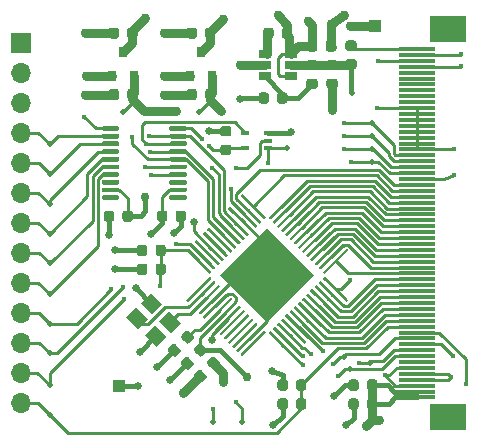
<source format=gbr>
%TF.GenerationSoftware,KiCad,Pcbnew,(5.1.6-0-10_14)*%
%TF.CreationDate,2020-07-08T17:08:28+02:00*%
%TF.ProjectId,driver-board,64726976-6572-42d6-926f-6172642e6b69,rev?*%
%TF.SameCoordinates,Original*%
%TF.FileFunction,Copper,L1,Top*%
%TF.FilePolarity,Positive*%
%FSLAX46Y46*%
G04 Gerber Fmt 4.6, Leading zero omitted, Abs format (unit mm)*
G04 Created by KiCad (PCBNEW (5.1.6-0-10_14)) date 2020-07-08 17:08:28*
%MOMM*%
%LPD*%
G01*
G04 APERTURE LIST*
%TA.AperFunction,SMDPad,CuDef*%
%ADD10R,0.800000X0.900000*%
%TD*%
%TA.AperFunction,SMDPad,CuDef*%
%ADD11R,1.060000X0.650000*%
%TD*%
%TA.AperFunction,SMDPad,CuDef*%
%ADD12R,0.650000X0.400000*%
%TD*%
%TA.AperFunction,SMDPad,CuDef*%
%ADD13C,0.100000*%
%TD*%
%TA.AperFunction,SMDPad,CuDef*%
%ADD14C,0.500000*%
%TD*%
%TA.AperFunction,SMDPad,CuDef*%
%ADD15R,1.000000X1.000000*%
%TD*%
%TA.AperFunction,SMDPad,CuDef*%
%ADD16R,3.100000X0.300000*%
%TD*%
%TA.AperFunction,SMDPad,CuDef*%
%ADD17R,3.100000X2.300000*%
%TD*%
%TA.AperFunction,ComponentPad*%
%ADD18R,1.700000X1.700000*%
%TD*%
%TA.AperFunction,ComponentPad*%
%ADD19O,1.700000X1.700000*%
%TD*%
%TA.AperFunction,ViaPad*%
%ADD20C,0.750000*%
%TD*%
%TA.AperFunction,ViaPad*%
%ADD21C,0.450000*%
%TD*%
%TA.AperFunction,ViaPad*%
%ADD22C,0.650000*%
%TD*%
%TA.AperFunction,Conductor*%
%ADD23C,0.750000*%
%TD*%
%TA.AperFunction,Conductor*%
%ADD24C,0.250000*%
%TD*%
%TA.AperFunction,Conductor*%
%ADD25C,0.400000*%
%TD*%
%TA.AperFunction,Conductor*%
%ADD26C,0.450000*%
%TD*%
G04 APERTURE END LIST*
%TO.P,C1,1*%
%TO.N,+3V0*%
%TA.AperFunction,SMDPad,CuDef*%
G36*
G01*
X123675000Y-66056250D02*
X123675000Y-65543750D01*
G75*
G02*
X123893750Y-65325000I218750J0D01*
G01*
X124331250Y-65325000D01*
G75*
G02*
X124550000Y-65543750I0J-218750D01*
G01*
X124550000Y-66056250D01*
G75*
G02*
X124331250Y-66275000I-218750J0D01*
G01*
X123893750Y-66275000D01*
G75*
G02*
X123675000Y-66056250I0J218750D01*
G01*
G37*
%TD.AperFunction*%
%TO.P,C1,2*%
%TO.N,GND*%
%TA.AperFunction,SMDPad,CuDef*%
G36*
G01*
X125250000Y-66056250D02*
X125250000Y-65543750D01*
G75*
G02*
X125468750Y-65325000I218750J0D01*
G01*
X125906250Y-65325000D01*
G75*
G02*
X126125000Y-65543750I0J-218750D01*
G01*
X126125000Y-66056250D01*
G75*
G02*
X125906250Y-66275000I-218750J0D01*
G01*
X125468750Y-66275000D01*
G75*
G02*
X125250000Y-66056250I0J218750D01*
G01*
G37*
%TD.AperFunction*%
%TD*%
%TO.P,C2,1*%
%TO.N,VCC*%
%TA.AperFunction,SMDPad,CuDef*%
G36*
G01*
X121625000Y-65543750D02*
X121625000Y-66056250D01*
G75*
G02*
X121406250Y-66275000I-218750J0D01*
G01*
X120968750Y-66275000D01*
G75*
G02*
X120750000Y-66056250I0J218750D01*
G01*
X120750000Y-65543750D01*
G75*
G02*
X120968750Y-65325000I218750J0D01*
G01*
X121406250Y-65325000D01*
G75*
G02*
X121625000Y-65543750I0J-218750D01*
G01*
G37*
%TD.AperFunction*%
%TO.P,C2,2*%
%TO.N,GND*%
%TA.AperFunction,SMDPad,CuDef*%
G36*
G01*
X120050000Y-65543750D02*
X120050000Y-66056250D01*
G75*
G02*
X119831250Y-66275000I-218750J0D01*
G01*
X119393750Y-66275000D01*
G75*
G02*
X119175000Y-66056250I0J218750D01*
G01*
X119175000Y-65543750D01*
G75*
G02*
X119393750Y-65325000I218750J0D01*
G01*
X119831250Y-65325000D01*
G75*
G02*
X120050000Y-65543750I0J-218750D01*
G01*
G37*
%TD.AperFunction*%
%TD*%
%TO.P,C3,2*%
%TO.N,GND*%
%TA.AperFunction,SMDPad,CuDef*%
G36*
G01*
X120450000Y-50043750D02*
X120450000Y-50556250D01*
G75*
G02*
X120231250Y-50775000I-218750J0D01*
G01*
X119793750Y-50775000D01*
G75*
G02*
X119575000Y-50556250I0J218750D01*
G01*
X119575000Y-50043750D01*
G75*
G02*
X119793750Y-49825000I218750J0D01*
G01*
X120231250Y-49825000D01*
G75*
G02*
X120450000Y-50043750I0J-218750D01*
G01*
G37*
%TD.AperFunction*%
%TO.P,C3,1*%
%TO.N,+5V*%
%TA.AperFunction,SMDPad,CuDef*%
G36*
G01*
X122025000Y-50043750D02*
X122025000Y-50556250D01*
G75*
G02*
X121806250Y-50775000I-218750J0D01*
G01*
X121368750Y-50775000D01*
G75*
G02*
X121150000Y-50556250I0J218750D01*
G01*
X121150000Y-50043750D01*
G75*
G02*
X121368750Y-49825000I218750J0D01*
G01*
X121806250Y-49825000D01*
G75*
G02*
X122025000Y-50043750I0J-218750D01*
G01*
G37*
%TD.AperFunction*%
%TD*%
%TO.P,C4,1*%
%TO.N,+3V0*%
%TA.AperFunction,SMDPad,CuDef*%
G36*
G01*
X122025000Y-55243750D02*
X122025000Y-55756250D01*
G75*
G02*
X121806250Y-55975000I-218750J0D01*
G01*
X121368750Y-55975000D01*
G75*
G02*
X121150000Y-55756250I0J218750D01*
G01*
X121150000Y-55243750D01*
G75*
G02*
X121368750Y-55025000I218750J0D01*
G01*
X121806250Y-55025000D01*
G75*
G02*
X122025000Y-55243750I0J-218750D01*
G01*
G37*
%TD.AperFunction*%
%TO.P,C4,2*%
%TO.N,GND*%
%TA.AperFunction,SMDPad,CuDef*%
G36*
G01*
X120450000Y-55243750D02*
X120450000Y-55756250D01*
G75*
G02*
X120231250Y-55975000I-218750J0D01*
G01*
X119793750Y-55975000D01*
G75*
G02*
X119575000Y-55756250I0J218750D01*
G01*
X119575000Y-55243750D01*
G75*
G02*
X119793750Y-55025000I218750J0D01*
G01*
X120231250Y-55025000D01*
G75*
G02*
X120450000Y-55243750I0J-218750D01*
G01*
G37*
%TD.AperFunction*%
%TD*%
%TO.P,C5,2*%
%TO.N,GND*%
%TA.AperFunction,SMDPad,CuDef*%
G36*
G01*
X127050000Y-50043750D02*
X127050000Y-50556250D01*
G75*
G02*
X126831250Y-50775000I-218750J0D01*
G01*
X126393750Y-50775000D01*
G75*
G02*
X126175000Y-50556250I0J218750D01*
G01*
X126175000Y-50043750D01*
G75*
G02*
X126393750Y-49825000I218750J0D01*
G01*
X126831250Y-49825000D01*
G75*
G02*
X127050000Y-50043750I0J-218750D01*
G01*
G37*
%TD.AperFunction*%
%TO.P,C5,1*%
%TO.N,+5V*%
%TA.AperFunction,SMDPad,CuDef*%
G36*
G01*
X128625000Y-50043750D02*
X128625000Y-50556250D01*
G75*
G02*
X128406250Y-50775000I-218750J0D01*
G01*
X127968750Y-50775000D01*
G75*
G02*
X127750000Y-50556250I0J218750D01*
G01*
X127750000Y-50043750D01*
G75*
G02*
X127968750Y-49825000I218750J0D01*
G01*
X128406250Y-49825000D01*
G75*
G02*
X128625000Y-50043750I0J-218750D01*
G01*
G37*
%TD.AperFunction*%
%TD*%
%TO.P,C6,1*%
%TO.N,+3V3*%
%TA.AperFunction,SMDPad,CuDef*%
G36*
G01*
X128625000Y-55243750D02*
X128625000Y-55756250D01*
G75*
G02*
X128406250Y-55975000I-218750J0D01*
G01*
X127968750Y-55975000D01*
G75*
G02*
X127750000Y-55756250I0J218750D01*
G01*
X127750000Y-55243750D01*
G75*
G02*
X127968750Y-55025000I218750J0D01*
G01*
X128406250Y-55025000D01*
G75*
G02*
X128625000Y-55243750I0J-218750D01*
G01*
G37*
%TD.AperFunction*%
%TO.P,C6,2*%
%TO.N,GND*%
%TA.AperFunction,SMDPad,CuDef*%
G36*
G01*
X127050000Y-55243750D02*
X127050000Y-55756250D01*
G75*
G02*
X126831250Y-55975000I-218750J0D01*
G01*
X126393750Y-55975000D01*
G75*
G02*
X126175000Y-55756250I0J218750D01*
G01*
X126175000Y-55243750D01*
G75*
G02*
X126393750Y-55025000I218750J0D01*
G01*
X126831250Y-55025000D01*
G75*
G02*
X127050000Y-55243750I0J-218750D01*
G01*
G37*
%TD.AperFunction*%
%TD*%
%TO.P,C7,2*%
%TO.N,GND*%
%TA.AperFunction,SMDPad,CuDef*%
G36*
G01*
X137950000Y-51656250D02*
X137950000Y-51143750D01*
G75*
G02*
X138168750Y-50925000I218750J0D01*
G01*
X138606250Y-50925000D01*
G75*
G02*
X138825000Y-51143750I0J-218750D01*
G01*
X138825000Y-51656250D01*
G75*
G02*
X138606250Y-51875000I-218750J0D01*
G01*
X138168750Y-51875000D01*
G75*
G02*
X137950000Y-51656250I0J218750D01*
G01*
G37*
%TD.AperFunction*%
%TO.P,C7,1*%
%TO.N,+5V*%
%TA.AperFunction,SMDPad,CuDef*%
G36*
G01*
X136375000Y-51656250D02*
X136375000Y-51143750D01*
G75*
G02*
X136593750Y-50925000I218750J0D01*
G01*
X137031250Y-50925000D01*
G75*
G02*
X137250000Y-51143750I0J-218750D01*
G01*
X137250000Y-51656250D01*
G75*
G02*
X137031250Y-51875000I-218750J0D01*
G01*
X136593750Y-51875000D01*
G75*
G02*
X136375000Y-51656250I0J218750D01*
G01*
G37*
%TD.AperFunction*%
%TD*%
%TO.P,C8,2*%
%TO.N,GND*%
%TA.AperFunction,SMDPad,CuDef*%
G36*
G01*
X138243750Y-54150000D02*
X138756250Y-54150000D01*
G75*
G02*
X138975000Y-54368750I0J-218750D01*
G01*
X138975000Y-54806250D01*
G75*
G02*
X138756250Y-55025000I-218750J0D01*
G01*
X138243750Y-55025000D01*
G75*
G02*
X138025000Y-54806250I0J218750D01*
G01*
X138025000Y-54368750D01*
G75*
G02*
X138243750Y-54150000I218750J0D01*
G01*
G37*
%TD.AperFunction*%
%TO.P,C8,1*%
%TO.N,+12V*%
%TA.AperFunction,SMDPad,CuDef*%
G36*
G01*
X138243750Y-52575000D02*
X138756250Y-52575000D01*
G75*
G02*
X138975000Y-52793750I0J-218750D01*
G01*
X138975000Y-53231250D01*
G75*
G02*
X138756250Y-53450000I-218750J0D01*
G01*
X138243750Y-53450000D01*
G75*
G02*
X138025000Y-53231250I0J218750D01*
G01*
X138025000Y-52793750D01*
G75*
G02*
X138243750Y-52575000I218750J0D01*
G01*
G37*
%TD.AperFunction*%
%TD*%
%TO.P,C9,1*%
%TO.N,+3V0*%
%TA.AperFunction,SMDPad,CuDef*%
G36*
G01*
X129756250Y-60625000D02*
X129243750Y-60625000D01*
G75*
G02*
X129025000Y-60406250I0J218750D01*
G01*
X129025000Y-59968750D01*
G75*
G02*
X129243750Y-59750000I218750J0D01*
G01*
X129756250Y-59750000D01*
G75*
G02*
X129975000Y-59968750I0J-218750D01*
G01*
X129975000Y-60406250D01*
G75*
G02*
X129756250Y-60625000I-218750J0D01*
G01*
G37*
%TD.AperFunction*%
%TO.P,C9,2*%
%TO.N,GND*%
%TA.AperFunction,SMDPad,CuDef*%
G36*
G01*
X129756250Y-59050000D02*
X129243750Y-59050000D01*
G75*
G02*
X129025000Y-58831250I0J218750D01*
G01*
X129025000Y-58393750D01*
G75*
G02*
X129243750Y-58175000I218750J0D01*
G01*
X129756250Y-58175000D01*
G75*
G02*
X129975000Y-58393750I0J-218750D01*
G01*
X129975000Y-58831250D01*
G75*
G02*
X129756250Y-59050000I-218750J0D01*
G01*
G37*
%TD.AperFunction*%
%TD*%
%TO.P,C10,2*%
%TO.N,GND*%
%TA.AperFunction,SMDPad,CuDef*%
G36*
G01*
X122850000Y-70043750D02*
X122850000Y-70556250D01*
G75*
G02*
X122631250Y-70775000I-218750J0D01*
G01*
X122193750Y-70775000D01*
G75*
G02*
X121975000Y-70556250I0J218750D01*
G01*
X121975000Y-70043750D01*
G75*
G02*
X122193750Y-69825000I218750J0D01*
G01*
X122631250Y-69825000D01*
G75*
G02*
X122850000Y-70043750I0J-218750D01*
G01*
G37*
%TD.AperFunction*%
%TO.P,C10,1*%
%TO.N,FTRES*%
%TA.AperFunction,SMDPad,CuDef*%
G36*
G01*
X124425000Y-70043750D02*
X124425000Y-70556250D01*
G75*
G02*
X124206250Y-70775000I-218750J0D01*
G01*
X123768750Y-70775000D01*
G75*
G02*
X123550000Y-70556250I0J218750D01*
G01*
X123550000Y-70043750D01*
G75*
G02*
X123768750Y-69825000I218750J0D01*
G01*
X124206250Y-69825000D01*
G75*
G02*
X124425000Y-70043750I0J-218750D01*
G01*
G37*
%TD.AperFunction*%
%TD*%
%TO.P,C11,1*%
%TO.N,Net-(C11-Pad1)*%
%TA.AperFunction,SMDPad,CuDef*%
G36*
G01*
X126385010Y-75552598D02*
X126747403Y-75914990D01*
G75*
G02*
X126747403Y-76224350I-154680J-154680D01*
G01*
X126438044Y-76533709D01*
G75*
G02*
X126128684Y-76533709I-154680J154680D01*
G01*
X125766291Y-76171316D01*
G75*
G02*
X125766291Y-75861956I154680J154680D01*
G01*
X126075650Y-75552597D01*
G75*
G02*
X126385010Y-75552597I154680J-154680D01*
G01*
G37*
%TD.AperFunction*%
%TO.P,C11,2*%
%TO.N,GND*%
%TA.AperFunction,SMDPad,CuDef*%
G36*
G01*
X125271316Y-76666292D02*
X125633709Y-77028684D01*
G75*
G02*
X125633709Y-77338044I-154680J-154680D01*
G01*
X125324350Y-77647403D01*
G75*
G02*
X125014990Y-77647403I-154680J154680D01*
G01*
X124652597Y-77285010D01*
G75*
G02*
X124652597Y-76975650I154680J154680D01*
G01*
X124961956Y-76666291D01*
G75*
G02*
X125271316Y-76666291I154680J-154680D01*
G01*
G37*
%TD.AperFunction*%
%TD*%
%TO.P,C12,1*%
%TO.N,+3V3*%
%TA.AperFunction,SMDPad,CuDef*%
G36*
G01*
X127485010Y-76652598D02*
X127847403Y-77014990D01*
G75*
G02*
X127847403Y-77324350I-154680J-154680D01*
G01*
X127538044Y-77633709D01*
G75*
G02*
X127228684Y-77633709I-154680J154680D01*
G01*
X126866291Y-77271316D01*
G75*
G02*
X126866291Y-76961956I154680J154680D01*
G01*
X127175650Y-76652597D01*
G75*
G02*
X127485010Y-76652597I154680J-154680D01*
G01*
G37*
%TD.AperFunction*%
%TO.P,C12,2*%
%TO.N,GND*%
%TA.AperFunction,SMDPad,CuDef*%
G36*
G01*
X126371316Y-77766292D02*
X126733709Y-78128684D01*
G75*
G02*
X126733709Y-78438044I-154680J-154680D01*
G01*
X126424350Y-78747403D01*
G75*
G02*
X126114990Y-78747403I-154680J154680D01*
G01*
X125752597Y-78385010D01*
G75*
G02*
X125752597Y-78075650I154680J154680D01*
G01*
X126061956Y-77766291D01*
G75*
G02*
X126371316Y-77766291I154680J-154680D01*
G01*
G37*
%TD.AperFunction*%
%TD*%
%TO.P,C13,2*%
%TO.N,GND*%
%TA.AperFunction,SMDPad,CuDef*%
G36*
G01*
X127471316Y-78866292D02*
X127833709Y-79228684D01*
G75*
G02*
X127833709Y-79538044I-154680J-154680D01*
G01*
X127524350Y-79847403D01*
G75*
G02*
X127214990Y-79847403I-154680J154680D01*
G01*
X126852597Y-79485010D01*
G75*
G02*
X126852597Y-79175650I154680J154680D01*
G01*
X127161956Y-78866291D01*
G75*
G02*
X127471316Y-78866291I154680J-154680D01*
G01*
G37*
%TD.AperFunction*%
%TO.P,C13,1*%
%TO.N,+3V0*%
%TA.AperFunction,SMDPad,CuDef*%
G36*
G01*
X128585010Y-77752598D02*
X128947403Y-78114990D01*
G75*
G02*
X128947403Y-78424350I-154680J-154680D01*
G01*
X128638044Y-78733709D01*
G75*
G02*
X128328684Y-78733709I-154680J154680D01*
G01*
X127966291Y-78371316D01*
G75*
G02*
X127966291Y-78061956I154680J154680D01*
G01*
X128275650Y-77752597D01*
G75*
G02*
X128585010Y-77752597I154680J-154680D01*
G01*
G37*
%TD.AperFunction*%
%TD*%
%TO.P,C14,2*%
%TO.N,DISPRES*%
%TA.AperFunction,SMDPad,CuDef*%
G36*
G01*
X135450000Y-81956250D02*
X135450000Y-81443750D01*
G75*
G02*
X135668750Y-81225000I218750J0D01*
G01*
X136106250Y-81225000D01*
G75*
G02*
X136325000Y-81443750I0J-218750D01*
G01*
X136325000Y-81956250D01*
G75*
G02*
X136106250Y-82175000I-218750J0D01*
G01*
X135668750Y-82175000D01*
G75*
G02*
X135450000Y-81956250I0J218750D01*
G01*
G37*
%TD.AperFunction*%
%TO.P,C14,1*%
%TO.N,+3V0*%
%TA.AperFunction,SMDPad,CuDef*%
G36*
G01*
X133875000Y-81956250D02*
X133875000Y-81443750D01*
G75*
G02*
X134093750Y-81225000I218750J0D01*
G01*
X134531250Y-81225000D01*
G75*
G02*
X134750000Y-81443750I0J-218750D01*
G01*
X134750000Y-81956250D01*
G75*
G02*
X134531250Y-82175000I-218750J0D01*
G01*
X134093750Y-82175000D01*
G75*
G02*
X133875000Y-81956250I0J218750D01*
G01*
G37*
%TD.AperFunction*%
%TD*%
%TO.P,C15,1*%
%TO.N,+3V0*%
%TA.AperFunction,SMDPad,CuDef*%
G36*
G01*
X142325000Y-79843750D02*
X142325000Y-80356250D01*
G75*
G02*
X142106250Y-80575000I-218750J0D01*
G01*
X141668750Y-80575000D01*
G75*
G02*
X141450000Y-80356250I0J218750D01*
G01*
X141450000Y-79843750D01*
G75*
G02*
X141668750Y-79625000I218750J0D01*
G01*
X142106250Y-79625000D01*
G75*
G02*
X142325000Y-79843750I0J-218750D01*
G01*
G37*
%TD.AperFunction*%
%TO.P,C15,2*%
%TO.N,GND*%
%TA.AperFunction,SMDPad,CuDef*%
G36*
G01*
X140750000Y-79843750D02*
X140750000Y-80356250D01*
G75*
G02*
X140531250Y-80575000I-218750J0D01*
G01*
X140093750Y-80575000D01*
G75*
G02*
X139875000Y-80356250I0J218750D01*
G01*
X139875000Y-79843750D01*
G75*
G02*
X140093750Y-79625000I218750J0D01*
G01*
X140531250Y-79625000D01*
G75*
G02*
X140750000Y-79843750I0J-218750D01*
G01*
G37*
%TD.AperFunction*%
%TD*%
%TO.P,C16,2*%
%TO.N,GND*%
%TA.AperFunction,SMDPad,CuDef*%
G36*
G01*
X140750000Y-81443750D02*
X140750000Y-81956250D01*
G75*
G02*
X140531250Y-82175000I-218750J0D01*
G01*
X140093750Y-82175000D01*
G75*
G02*
X139875000Y-81956250I0J218750D01*
G01*
X139875000Y-81443750D01*
G75*
G02*
X140093750Y-81225000I218750J0D01*
G01*
X140531250Y-81225000D01*
G75*
G02*
X140750000Y-81443750I0J-218750D01*
G01*
G37*
%TD.AperFunction*%
%TO.P,C16,1*%
%TO.N,+3V0*%
%TA.AperFunction,SMDPad,CuDef*%
G36*
G01*
X142325000Y-81443750D02*
X142325000Y-81956250D01*
G75*
G02*
X142106250Y-82175000I-218750J0D01*
G01*
X141668750Y-82175000D01*
G75*
G02*
X141450000Y-81956250I0J218750D01*
G01*
X141450000Y-81443750D01*
G75*
G02*
X141668750Y-81225000I218750J0D01*
G01*
X142106250Y-81225000D01*
G75*
G02*
X142325000Y-81443750I0J-218750D01*
G01*
G37*
%TD.AperFunction*%
%TD*%
%TO.P,L1,1*%
%TO.N,+5V*%
%TA.AperFunction,SMDPad,CuDef*%
G36*
G01*
X135125000Y-50043750D02*
X135125000Y-50556250D01*
G75*
G02*
X134906250Y-50775000I-218750J0D01*
G01*
X134468750Y-50775000D01*
G75*
G02*
X134250000Y-50556250I0J218750D01*
G01*
X134250000Y-50043750D01*
G75*
G02*
X134468750Y-49825000I218750J0D01*
G01*
X134906250Y-49825000D01*
G75*
G02*
X135125000Y-50043750I0J-218750D01*
G01*
G37*
%TD.AperFunction*%
%TO.P,L1,2*%
%TO.N,Net-(L1-Pad2)*%
%TA.AperFunction,SMDPad,CuDef*%
G36*
G01*
X133550000Y-50043750D02*
X133550000Y-50556250D01*
G75*
G02*
X133331250Y-50775000I-218750J0D01*
G01*
X132893750Y-50775000D01*
G75*
G02*
X132675000Y-50556250I0J218750D01*
G01*
X132675000Y-50043750D01*
G75*
G02*
X132893750Y-49825000I218750J0D01*
G01*
X133331250Y-49825000D01*
G75*
G02*
X133550000Y-50043750I0J-218750D01*
G01*
G37*
%TD.AperFunction*%
%TD*%
%TO.P,R1,2*%
%TO.N,Net-(R1-Pad2)*%
%TA.AperFunction,SMDPad,CuDef*%
G36*
G01*
X136543750Y-54150000D02*
X137056250Y-54150000D01*
G75*
G02*
X137275000Y-54368750I0J-218750D01*
G01*
X137275000Y-54806250D01*
G75*
G02*
X137056250Y-55025000I-218750J0D01*
G01*
X136543750Y-55025000D01*
G75*
G02*
X136325000Y-54806250I0J218750D01*
G01*
X136325000Y-54368750D01*
G75*
G02*
X136543750Y-54150000I218750J0D01*
G01*
G37*
%TD.AperFunction*%
%TO.P,R1,1*%
%TO.N,+12V*%
%TA.AperFunction,SMDPad,CuDef*%
G36*
G01*
X136543750Y-52575000D02*
X137056250Y-52575000D01*
G75*
G02*
X137275000Y-52793750I0J-218750D01*
G01*
X137275000Y-53231250D01*
G75*
G02*
X137056250Y-53450000I-218750J0D01*
G01*
X136543750Y-53450000D01*
G75*
G02*
X136325000Y-53231250I0J218750D01*
G01*
X136325000Y-52793750D01*
G75*
G02*
X136543750Y-52575000I218750J0D01*
G01*
G37*
%TD.AperFunction*%
%TD*%
%TO.P,R2,1*%
%TO.N,Net-(R1-Pad2)*%
%TA.AperFunction,SMDPad,CuDef*%
G36*
G01*
X134725000Y-55543750D02*
X134725000Y-56056250D01*
G75*
G02*
X134506250Y-56275000I-218750J0D01*
G01*
X134068750Y-56275000D01*
G75*
G02*
X133850000Y-56056250I0J218750D01*
G01*
X133850000Y-55543750D01*
G75*
G02*
X134068750Y-55325000I218750J0D01*
G01*
X134506250Y-55325000D01*
G75*
G02*
X134725000Y-55543750I0J-218750D01*
G01*
G37*
%TD.AperFunction*%
%TO.P,R2,2*%
%TO.N,GND*%
%TA.AperFunction,SMDPad,CuDef*%
G36*
G01*
X133150000Y-55543750D02*
X133150000Y-56056250D01*
G75*
G02*
X132931250Y-56275000I-218750J0D01*
G01*
X132493750Y-56275000D01*
G75*
G02*
X132275000Y-56056250I0J218750D01*
G01*
X132275000Y-55543750D01*
G75*
G02*
X132493750Y-55325000I218750J0D01*
G01*
X132931250Y-55325000D01*
G75*
G02*
X133150000Y-55543750I0J-218750D01*
G01*
G37*
%TD.AperFunction*%
%TD*%
%TO.P,R3,1*%
%TO.N,FTRES*%
%TA.AperFunction,SMDPad,CuDef*%
G36*
G01*
X124425000Y-68443750D02*
X124425000Y-68956250D01*
G75*
G02*
X124206250Y-69175000I-218750J0D01*
G01*
X123768750Y-69175000D01*
G75*
G02*
X123550000Y-68956250I0J218750D01*
G01*
X123550000Y-68443750D01*
G75*
G02*
X123768750Y-68225000I218750J0D01*
G01*
X124206250Y-68225000D01*
G75*
G02*
X124425000Y-68443750I0J-218750D01*
G01*
G37*
%TD.AperFunction*%
%TO.P,R3,2*%
%TO.N,+3V0*%
%TA.AperFunction,SMDPad,CuDef*%
G36*
G01*
X122850000Y-68443750D02*
X122850000Y-68956250D01*
G75*
G02*
X122631250Y-69175000I-218750J0D01*
G01*
X122193750Y-69175000D01*
G75*
G02*
X121975000Y-68956250I0J218750D01*
G01*
X121975000Y-68443750D01*
G75*
G02*
X122193750Y-68225000I218750J0D01*
G01*
X122631250Y-68225000D01*
G75*
G02*
X122850000Y-68443750I0J-218750D01*
G01*
G37*
%TD.AperFunction*%
%TD*%
%TO.P,R4,2*%
%TO.N,+12V*%
%TA.AperFunction,SMDPad,CuDef*%
G36*
G01*
X139843750Y-52500000D02*
X140356250Y-52500000D01*
G75*
G02*
X140575000Y-52718750I0J-218750D01*
G01*
X140575000Y-53156250D01*
G75*
G02*
X140356250Y-53375000I-218750J0D01*
G01*
X139843750Y-53375000D01*
G75*
G02*
X139625000Y-53156250I0J218750D01*
G01*
X139625000Y-52718750D01*
G75*
G02*
X139843750Y-52500000I218750J0D01*
G01*
G37*
%TD.AperFunction*%
%TO.P,R4,1*%
%TO.N,Net-(R4-Pad1)*%
%TA.AperFunction,SMDPad,CuDef*%
G36*
G01*
X139843750Y-50925000D02*
X140356250Y-50925000D01*
G75*
G02*
X140575000Y-51143750I0J-218750D01*
G01*
X140575000Y-51581250D01*
G75*
G02*
X140356250Y-51800000I-218750J0D01*
G01*
X139843750Y-51800000D01*
G75*
G02*
X139625000Y-51581250I0J218750D01*
G01*
X139625000Y-51143750D01*
G75*
G02*
X139843750Y-50925000I218750J0D01*
G01*
G37*
%TD.AperFunction*%
%TD*%
%TO.P,R5,1*%
%TO.N,DISPRES*%
%TA.AperFunction,SMDPad,CuDef*%
G36*
G01*
X136325000Y-79843750D02*
X136325000Y-80356250D01*
G75*
G02*
X136106250Y-80575000I-218750J0D01*
G01*
X135668750Y-80575000D01*
G75*
G02*
X135450000Y-80356250I0J218750D01*
G01*
X135450000Y-79843750D01*
G75*
G02*
X135668750Y-79625000I218750J0D01*
G01*
X136106250Y-79625000D01*
G75*
G02*
X136325000Y-79843750I0J-218750D01*
G01*
G37*
%TD.AperFunction*%
%TO.P,R5,2*%
%TO.N,GND*%
%TA.AperFunction,SMDPad,CuDef*%
G36*
G01*
X134750000Y-79843750D02*
X134750000Y-80356250D01*
G75*
G02*
X134531250Y-80575000I-218750J0D01*
G01*
X134093750Y-80575000D01*
G75*
G02*
X133875000Y-80356250I0J218750D01*
G01*
X133875000Y-79843750D01*
G75*
G02*
X134093750Y-79625000I218750J0D01*
G01*
X134531250Y-79625000D01*
G75*
G02*
X134750000Y-79843750I0J-218750D01*
G01*
G37*
%TD.AperFunction*%
%TD*%
%TO.P,U1,1*%
%TO.N,Net-(U1-Pad1)*%
%TA.AperFunction,SMDPad,CuDef*%
G36*
G01*
X126200000Y-64125000D02*
X126200000Y-64325000D01*
G75*
G02*
X126100000Y-64425000I-100000J0D01*
G01*
X124825000Y-64425000D01*
G75*
G02*
X124725000Y-64325000I0J100000D01*
G01*
X124725000Y-64125000D01*
G75*
G02*
X124825000Y-64025000I100000J0D01*
G01*
X126100000Y-64025000D01*
G75*
G02*
X126200000Y-64125000I0J-100000D01*
G01*
G37*
%TD.AperFunction*%
%TO.P,U1,2*%
%TO.N,+3V0*%
%TA.AperFunction,SMDPad,CuDef*%
G36*
G01*
X126200000Y-63475000D02*
X126200000Y-63675000D01*
G75*
G02*
X126100000Y-63775000I-100000J0D01*
G01*
X124825000Y-63775000D01*
G75*
G02*
X124725000Y-63675000I0J100000D01*
G01*
X124725000Y-63475000D01*
G75*
G02*
X124825000Y-63375000I100000J0D01*
G01*
X126100000Y-63375000D01*
G75*
G02*
X126200000Y-63475000I0J-100000D01*
G01*
G37*
%TD.AperFunction*%
%TO.P,U1,3*%
%TO.N,Net-(U1-Pad3)*%
%TA.AperFunction,SMDPad,CuDef*%
G36*
G01*
X126200000Y-62825000D02*
X126200000Y-63025000D01*
G75*
G02*
X126100000Y-63125000I-100000J0D01*
G01*
X124825000Y-63125000D01*
G75*
G02*
X124725000Y-63025000I0J100000D01*
G01*
X124725000Y-62825000D01*
G75*
G02*
X124825000Y-62725000I100000J0D01*
G01*
X126100000Y-62725000D01*
G75*
G02*
X126200000Y-62825000I0J-100000D01*
G01*
G37*
%TD.AperFunction*%
%TO.P,U1,4*%
%TO.N,DC_3V*%
%TA.AperFunction,SMDPad,CuDef*%
G36*
G01*
X126200000Y-62175000D02*
X126200000Y-62375000D01*
G75*
G02*
X126100000Y-62475000I-100000J0D01*
G01*
X124825000Y-62475000D01*
G75*
G02*
X124725000Y-62375000I0J100000D01*
G01*
X124725000Y-62175000D01*
G75*
G02*
X124825000Y-62075000I100000J0D01*
G01*
X126100000Y-62075000D01*
G75*
G02*
X126200000Y-62175000I0J-100000D01*
G01*
G37*
%TD.AperFunction*%
%TO.P,U1,5*%
%TO.N,CS2_3V*%
%TA.AperFunction,SMDPad,CuDef*%
G36*
G01*
X126200000Y-61525000D02*
X126200000Y-61725000D01*
G75*
G02*
X126100000Y-61825000I-100000J0D01*
G01*
X124825000Y-61825000D01*
G75*
G02*
X124725000Y-61725000I0J100000D01*
G01*
X124725000Y-61525000D01*
G75*
G02*
X124825000Y-61425000I100000J0D01*
G01*
X126100000Y-61425000D01*
G75*
G02*
X126200000Y-61525000I0J-100000D01*
G01*
G37*
%TD.AperFunction*%
%TO.P,U1,6*%
%TO.N,CS1_3V*%
%TA.AperFunction,SMDPad,CuDef*%
G36*
G01*
X126200000Y-60875000D02*
X126200000Y-61075000D01*
G75*
G02*
X126100000Y-61175000I-100000J0D01*
G01*
X124825000Y-61175000D01*
G75*
G02*
X124725000Y-61075000I0J100000D01*
G01*
X124725000Y-60875000D01*
G75*
G02*
X124825000Y-60775000I100000J0D01*
G01*
X126100000Y-60775000D01*
G75*
G02*
X126200000Y-60875000I0J-100000D01*
G01*
G37*
%TD.AperFunction*%
%TO.P,U1,7*%
%TO.N,SDO_3V*%
%TA.AperFunction,SMDPad,CuDef*%
G36*
G01*
X126200000Y-60225000D02*
X126200000Y-60425000D01*
G75*
G02*
X126100000Y-60525000I-100000J0D01*
G01*
X124825000Y-60525000D01*
G75*
G02*
X124725000Y-60425000I0J100000D01*
G01*
X124725000Y-60225000D01*
G75*
G02*
X124825000Y-60125000I100000J0D01*
G01*
X126100000Y-60125000D01*
G75*
G02*
X126200000Y-60225000I0J-100000D01*
G01*
G37*
%TD.AperFunction*%
%TO.P,U1,8*%
%TO.N,SDI_3V*%
%TA.AperFunction,SMDPad,CuDef*%
G36*
G01*
X126200000Y-59575000D02*
X126200000Y-59775000D01*
G75*
G02*
X126100000Y-59875000I-100000J0D01*
G01*
X124825000Y-59875000D01*
G75*
G02*
X124725000Y-59775000I0J100000D01*
G01*
X124725000Y-59575000D01*
G75*
G02*
X124825000Y-59475000I100000J0D01*
G01*
X126100000Y-59475000D01*
G75*
G02*
X126200000Y-59575000I0J-100000D01*
G01*
G37*
%TD.AperFunction*%
%TO.P,U1,9*%
%TO.N,SCK_3V*%
%TA.AperFunction,SMDPad,CuDef*%
G36*
G01*
X126200000Y-58925000D02*
X126200000Y-59125000D01*
G75*
G02*
X126100000Y-59225000I-100000J0D01*
G01*
X124825000Y-59225000D01*
G75*
G02*
X124725000Y-59125000I0J100000D01*
G01*
X124725000Y-58925000D01*
G75*
G02*
X124825000Y-58825000I100000J0D01*
G01*
X126100000Y-58825000D01*
G75*
G02*
X126200000Y-58925000I0J-100000D01*
G01*
G37*
%TD.AperFunction*%
%TO.P,U1,10*%
%TO.N,+3V0*%
%TA.AperFunction,SMDPad,CuDef*%
G36*
G01*
X126200000Y-58275000D02*
X126200000Y-58475000D01*
G75*
G02*
X126100000Y-58575000I-100000J0D01*
G01*
X124825000Y-58575000D01*
G75*
G02*
X124725000Y-58475000I0J100000D01*
G01*
X124725000Y-58275000D01*
G75*
G02*
X124825000Y-58175000I100000J0D01*
G01*
X126100000Y-58175000D01*
G75*
G02*
X126200000Y-58275000I0J-100000D01*
G01*
G37*
%TD.AperFunction*%
%TO.P,U1,11*%
%TO.N,GND*%
%TA.AperFunction,SMDPad,CuDef*%
G36*
G01*
X120475000Y-58275000D02*
X120475000Y-58475000D01*
G75*
G02*
X120375000Y-58575000I-100000J0D01*
G01*
X119100000Y-58575000D01*
G75*
G02*
X119000000Y-58475000I0J100000D01*
G01*
X119000000Y-58275000D01*
G75*
G02*
X119100000Y-58175000I100000J0D01*
G01*
X120375000Y-58175000D01*
G75*
G02*
X120475000Y-58275000I0J-100000D01*
G01*
G37*
%TD.AperFunction*%
%TO.P,U1,12*%
%TO.N,SCK*%
%TA.AperFunction,SMDPad,CuDef*%
G36*
G01*
X120475000Y-58925000D02*
X120475000Y-59125000D01*
G75*
G02*
X120375000Y-59225000I-100000J0D01*
G01*
X119100000Y-59225000D01*
G75*
G02*
X119000000Y-59125000I0J100000D01*
G01*
X119000000Y-58925000D01*
G75*
G02*
X119100000Y-58825000I100000J0D01*
G01*
X120375000Y-58825000D01*
G75*
G02*
X120475000Y-58925000I0J-100000D01*
G01*
G37*
%TD.AperFunction*%
%TO.P,U1,13*%
%TO.N,SDI*%
%TA.AperFunction,SMDPad,CuDef*%
G36*
G01*
X120475000Y-59575000D02*
X120475000Y-59775000D01*
G75*
G02*
X120375000Y-59875000I-100000J0D01*
G01*
X119100000Y-59875000D01*
G75*
G02*
X119000000Y-59775000I0J100000D01*
G01*
X119000000Y-59575000D01*
G75*
G02*
X119100000Y-59475000I100000J0D01*
G01*
X120375000Y-59475000D01*
G75*
G02*
X120475000Y-59575000I0J-100000D01*
G01*
G37*
%TD.AperFunction*%
%TO.P,U1,14*%
%TO.N,SDO*%
%TA.AperFunction,SMDPad,CuDef*%
G36*
G01*
X120475000Y-60225000D02*
X120475000Y-60425000D01*
G75*
G02*
X120375000Y-60525000I-100000J0D01*
G01*
X119100000Y-60525000D01*
G75*
G02*
X119000000Y-60425000I0J100000D01*
G01*
X119000000Y-60225000D01*
G75*
G02*
X119100000Y-60125000I100000J0D01*
G01*
X120375000Y-60125000D01*
G75*
G02*
X120475000Y-60225000I0J-100000D01*
G01*
G37*
%TD.AperFunction*%
%TO.P,U1,15*%
%TO.N,CS1*%
%TA.AperFunction,SMDPad,CuDef*%
G36*
G01*
X120475000Y-60875000D02*
X120475000Y-61075000D01*
G75*
G02*
X120375000Y-61175000I-100000J0D01*
G01*
X119100000Y-61175000D01*
G75*
G02*
X119000000Y-61075000I0J100000D01*
G01*
X119000000Y-60875000D01*
G75*
G02*
X119100000Y-60775000I100000J0D01*
G01*
X120375000Y-60775000D01*
G75*
G02*
X120475000Y-60875000I0J-100000D01*
G01*
G37*
%TD.AperFunction*%
%TO.P,U1,16*%
%TO.N,CS2*%
%TA.AperFunction,SMDPad,CuDef*%
G36*
G01*
X120475000Y-61525000D02*
X120475000Y-61725000D01*
G75*
G02*
X120375000Y-61825000I-100000J0D01*
G01*
X119100000Y-61825000D01*
G75*
G02*
X119000000Y-61725000I0J100000D01*
G01*
X119000000Y-61525000D01*
G75*
G02*
X119100000Y-61425000I100000J0D01*
G01*
X120375000Y-61425000D01*
G75*
G02*
X120475000Y-61525000I0J-100000D01*
G01*
G37*
%TD.AperFunction*%
%TO.P,U1,17*%
%TO.N,DC*%
%TA.AperFunction,SMDPad,CuDef*%
G36*
G01*
X120475000Y-62175000D02*
X120475000Y-62375000D01*
G75*
G02*
X120375000Y-62475000I-100000J0D01*
G01*
X119100000Y-62475000D01*
G75*
G02*
X119000000Y-62375000I0J100000D01*
G01*
X119000000Y-62175000D01*
G75*
G02*
X119100000Y-62075000I100000J0D01*
G01*
X120375000Y-62075000D01*
G75*
G02*
X120475000Y-62175000I0J-100000D01*
G01*
G37*
%TD.AperFunction*%
%TO.P,U1,18*%
%TO.N,Net-(U1-Pad18)*%
%TA.AperFunction,SMDPad,CuDef*%
G36*
G01*
X120475000Y-62825000D02*
X120475000Y-63025000D01*
G75*
G02*
X120375000Y-63125000I-100000J0D01*
G01*
X119100000Y-63125000D01*
G75*
G02*
X119000000Y-63025000I0J100000D01*
G01*
X119000000Y-62825000D01*
G75*
G02*
X119100000Y-62725000I100000J0D01*
G01*
X120375000Y-62725000D01*
G75*
G02*
X120475000Y-62825000I0J-100000D01*
G01*
G37*
%TD.AperFunction*%
%TO.P,U1,19*%
%TO.N,VCC*%
%TA.AperFunction,SMDPad,CuDef*%
G36*
G01*
X120475000Y-63475000D02*
X120475000Y-63675000D01*
G75*
G02*
X120375000Y-63775000I-100000J0D01*
G01*
X119100000Y-63775000D01*
G75*
G02*
X119000000Y-63675000I0J100000D01*
G01*
X119000000Y-63475000D01*
G75*
G02*
X119100000Y-63375000I100000J0D01*
G01*
X120375000Y-63375000D01*
G75*
G02*
X120475000Y-63475000I0J-100000D01*
G01*
G37*
%TD.AperFunction*%
%TO.P,U1,20*%
%TO.N,Net-(U1-Pad20)*%
%TA.AperFunction,SMDPad,CuDef*%
G36*
G01*
X120475000Y-64125000D02*
X120475000Y-64325000D01*
G75*
G02*
X120375000Y-64425000I-100000J0D01*
G01*
X119100000Y-64425000D01*
G75*
G02*
X119000000Y-64325000I0J100000D01*
G01*
X119000000Y-64125000D01*
G75*
G02*
X119100000Y-64025000I100000J0D01*
G01*
X120375000Y-64025000D01*
G75*
G02*
X120475000Y-64125000I0J-100000D01*
G01*
G37*
%TD.AperFunction*%
%TD*%
D10*
%TO.P,U2,3*%
%TO.N,+5V*%
X120800000Y-51900000D03*
%TO.P,U2,2*%
%TO.N,+3V0*%
X121750000Y-53900000D03*
%TO.P,U2,1*%
%TO.N,GND*%
X119850000Y-53900000D03*
%TD*%
%TO.P,U3,1*%
%TO.N,GND*%
X126450000Y-53900000D03*
%TO.P,U3,2*%
%TO.N,+3V3*%
X128350000Y-53900000D03*
%TO.P,U3,3*%
%TO.N,+5V*%
X127400000Y-51900000D03*
%TD*%
D11*
%TO.P,U4,1*%
%TO.N,Net-(L1-Pad2)*%
X132800000Y-52050000D03*
%TO.P,U4,2*%
%TO.N,GND*%
X132800000Y-53000000D03*
%TO.P,U4,3*%
%TO.N,Net-(R1-Pad2)*%
X132800000Y-53950000D03*
%TO.P,U4,4*%
%TO.N,+5V*%
X135000000Y-53950000D03*
%TO.P,U4,6*%
X135000000Y-52050000D03*
%TO.P,U4,5*%
%TO.N,+12V*%
X135000000Y-53000000D03*
%TD*%
D12*
%TO.P,U5,1*%
%TO.N,CS1_3V*%
X133050000Y-60050000D03*
%TO.P,U5,3*%
%TO.N,GND*%
X133050000Y-58750000D03*
%TO.P,U5,2*%
%TO.N,SDI_BUFFER*%
X133050000Y-59400000D03*
%TO.P,U5,4*%
%TO.N,SDI_3V*%
X131150000Y-58750000D03*
%TO.P,U5,5*%
%TO.N,+3V0*%
X131150000Y-60050000D03*
%TD*%
%TO.P,U6,1*%
%TO.N,B1*%
%TA.AperFunction,SMDPad,CuDef*%
G36*
G01*
X130746097Y-64038291D02*
X130834485Y-63949903D01*
G75*
G02*
X130922873Y-63949903I44194J-44194D01*
G01*
X132867417Y-65894447D01*
G75*
G02*
X132867417Y-65982835I-44194J-44194D01*
G01*
X132779029Y-66071223D01*
G75*
G02*
X132690641Y-66071223I-44194J44194D01*
G01*
X130746097Y-64126679D01*
G75*
G02*
X130746097Y-64038291I44194J44194D01*
G01*
G37*
%TD.AperFunction*%
%TO.P,U6,2*%
%TO.N,B0*%
%TA.AperFunction,SMDPad,CuDef*%
G36*
G01*
X130392544Y-64391845D02*
X130480932Y-64303457D01*
G75*
G02*
X130569320Y-64303457I44194J-44194D01*
G01*
X132513864Y-66248001D01*
G75*
G02*
X132513864Y-66336389I-44194J-44194D01*
G01*
X132425476Y-66424777D01*
G75*
G02*
X132337088Y-66424777I-44194J44194D01*
G01*
X130392544Y-64480233D01*
G75*
G02*
X130392544Y-64391845I44194J44194D01*
G01*
G37*
%TD.AperFunction*%
%TO.P,U6,3*%
%TO.N,AUDIO*%
%TA.AperFunction,SMDPad,CuDef*%
G36*
G01*
X130038991Y-64745398D02*
X130127379Y-64657010D01*
G75*
G02*
X130215767Y-64657010I44194J-44194D01*
G01*
X132160311Y-66601554D01*
G75*
G02*
X132160311Y-66689942I-44194J-44194D01*
G01*
X132071923Y-66778330D01*
G75*
G02*
X131983535Y-66778330I-44194J44194D01*
G01*
X130038991Y-64833786D01*
G75*
G02*
X130038991Y-64745398I44194J44194D01*
G01*
G37*
%TD.AperFunction*%
%TO.P,U6,4*%
%TO.N,GND*%
%TA.AperFunction,SMDPad,CuDef*%
G36*
G01*
X129685437Y-65098951D02*
X129773825Y-65010563D01*
G75*
G02*
X129862213Y-65010563I44194J-44194D01*
G01*
X131806757Y-66955107D01*
G75*
G02*
X131806757Y-67043495I-44194J-44194D01*
G01*
X131718369Y-67131883D01*
G75*
G02*
X131629981Y-67131883I-44194J44194D01*
G01*
X129685437Y-65187339D01*
G75*
G02*
X129685437Y-65098951I44194J44194D01*
G01*
G37*
%TD.AperFunction*%
%TO.P,U6,5*%
%TO.N,SCK_3V*%
%TA.AperFunction,SMDPad,CuDef*%
G36*
G01*
X129331884Y-65452505D02*
X129420272Y-65364117D01*
G75*
G02*
X129508660Y-65364117I44194J-44194D01*
G01*
X131453204Y-67308661D01*
G75*
G02*
X131453204Y-67397049I-44194J-44194D01*
G01*
X131364816Y-67485437D01*
G75*
G02*
X131276428Y-67485437I-44194J44194D01*
G01*
X129331884Y-65540893D01*
G75*
G02*
X129331884Y-65452505I44194J44194D01*
G01*
G37*
%TD.AperFunction*%
%TO.P,U6,6*%
%TO.N,SDI_BUFFER*%
%TA.AperFunction,SMDPad,CuDef*%
G36*
G01*
X128978330Y-65806058D02*
X129066718Y-65717670D01*
G75*
G02*
X129155106Y-65717670I44194J-44194D01*
G01*
X131099650Y-67662214D01*
G75*
G02*
X131099650Y-67750602I-44194J-44194D01*
G01*
X131011262Y-67838990D01*
G75*
G02*
X130922874Y-67838990I-44194J44194D01*
G01*
X128978330Y-65894446D01*
G75*
G02*
X128978330Y-65806058I44194J44194D01*
G01*
G37*
%TD.AperFunction*%
%TO.P,U6,7*%
%TO.N,SDO_3V*%
%TA.AperFunction,SMDPad,CuDef*%
G36*
G01*
X128624777Y-66159612D02*
X128713165Y-66071224D01*
G75*
G02*
X128801553Y-66071224I44194J-44194D01*
G01*
X130746097Y-68015768D01*
G75*
G02*
X130746097Y-68104156I-44194J-44194D01*
G01*
X130657709Y-68192544D01*
G75*
G02*
X130569321Y-68192544I-44194J44194D01*
G01*
X128624777Y-66248000D01*
G75*
G02*
X128624777Y-66159612I44194J44194D01*
G01*
G37*
%TD.AperFunction*%
%TO.P,U6,8*%
%TO.N,CS1_3V*%
%TA.AperFunction,SMDPad,CuDef*%
G36*
G01*
X128271224Y-66513165D02*
X128359612Y-66424777D01*
G75*
G02*
X128448000Y-66424777I44194J-44194D01*
G01*
X130392544Y-68369321D01*
G75*
G02*
X130392544Y-68457709I-44194J-44194D01*
G01*
X130304156Y-68546097D01*
G75*
G02*
X130215768Y-68546097I-44194J44194D01*
G01*
X128271224Y-66601553D01*
G75*
G02*
X128271224Y-66513165I44194J44194D01*
G01*
G37*
%TD.AperFunction*%
%TO.P,U6,9*%
%TO.N,Net-(U6-Pad9)*%
%TA.AperFunction,SMDPad,CuDef*%
G36*
G01*
X127917670Y-66866718D02*
X128006058Y-66778330D01*
G75*
G02*
X128094446Y-66778330I44194J-44194D01*
G01*
X130038990Y-68722874D01*
G75*
G02*
X130038990Y-68811262I-44194J-44194D01*
G01*
X129950602Y-68899650D01*
G75*
G02*
X129862214Y-68899650I-44194J44194D01*
G01*
X127917670Y-66955106D01*
G75*
G02*
X127917670Y-66866718I44194J44194D01*
G01*
G37*
%TD.AperFunction*%
%TO.P,U6,10*%
%TO.N,Net-(U6-Pad10)*%
%TA.AperFunction,SMDPad,CuDef*%
G36*
G01*
X127564117Y-67220272D02*
X127652505Y-67131884D01*
G75*
G02*
X127740893Y-67131884I44194J-44194D01*
G01*
X129685437Y-69076428D01*
G75*
G02*
X129685437Y-69164816I-44194J-44194D01*
G01*
X129597049Y-69253204D01*
G75*
G02*
X129508661Y-69253204I-44194J44194D01*
G01*
X127564117Y-67308660D01*
G75*
G02*
X127564117Y-67220272I44194J44194D01*
G01*
G37*
%TD.AperFunction*%
%TO.P,U6,11*%
%TO.N,+3V0*%
%TA.AperFunction,SMDPad,CuDef*%
G36*
G01*
X127210563Y-67573825D02*
X127298951Y-67485437D01*
G75*
G02*
X127387339Y-67485437I44194J-44194D01*
G01*
X129331883Y-69429981D01*
G75*
G02*
X129331883Y-69518369I-44194J-44194D01*
G01*
X129243495Y-69606757D01*
G75*
G02*
X129155107Y-69606757I-44194J44194D01*
G01*
X127210563Y-67662213D01*
G75*
G02*
X127210563Y-67573825I44194J44194D01*
G01*
G37*
%TD.AperFunction*%
%TO.P,U6,12*%
%TO.N,Net-(U6-Pad12)*%
%TA.AperFunction,SMDPad,CuDef*%
G36*
G01*
X126857010Y-67927379D02*
X126945398Y-67838991D01*
G75*
G02*
X127033786Y-67838991I44194J-44194D01*
G01*
X128978330Y-69783535D01*
G75*
G02*
X128978330Y-69871923I-44194J-44194D01*
G01*
X128889942Y-69960311D01*
G75*
G02*
X128801554Y-69960311I-44194J44194D01*
G01*
X126857010Y-68015767D01*
G75*
G02*
X126857010Y-67927379I44194J44194D01*
G01*
G37*
%TD.AperFunction*%
%TO.P,U6,13*%
%TO.N,IRQ*%
%TA.AperFunction,SMDPad,CuDef*%
G36*
G01*
X126503457Y-68280932D02*
X126591845Y-68192544D01*
G75*
G02*
X126680233Y-68192544I44194J-44194D01*
G01*
X128624777Y-70137088D01*
G75*
G02*
X128624777Y-70225476I-44194J-44194D01*
G01*
X128536389Y-70313864D01*
G75*
G02*
X128448001Y-70313864I-44194J44194D01*
G01*
X126503457Y-68369320D01*
G75*
G02*
X126503457Y-68280932I44194J44194D01*
G01*
G37*
%TD.AperFunction*%
%TO.P,U6,14*%
%TO.N,FTRES*%
%TA.AperFunction,SMDPad,CuDef*%
G36*
G01*
X126149903Y-68634485D02*
X126238291Y-68546097D01*
G75*
G02*
X126326679Y-68546097I44194J-44194D01*
G01*
X128271223Y-70490641D01*
G75*
G02*
X128271223Y-70579029I-44194J-44194D01*
G01*
X128182835Y-70667417D01*
G75*
G02*
X128094447Y-70667417I-44194J44194D01*
G01*
X126149903Y-68722873D01*
G75*
G02*
X126149903Y-68634485I44194J44194D01*
G01*
G37*
%TD.AperFunction*%
%TO.P,U6,15*%
%TO.N,Net-(U6-Pad15)*%
%TA.AperFunction,SMDPad,CuDef*%
G36*
G01*
X126149903Y-72877126D02*
X128094447Y-70932583D01*
G75*
G02*
X128182835Y-70932583I44194J-44194D01*
G01*
X128271223Y-71020971D01*
G75*
G02*
X128271223Y-71109359I-44194J-44194D01*
G01*
X126326679Y-73053903D01*
G75*
G02*
X126238291Y-73053903I-44194J44194D01*
G01*
X126149903Y-72965515D01*
G75*
G02*
X126149903Y-72877127I44194J44194D01*
G01*
G37*
%TD.AperFunction*%
%TO.P,U6,16*%
%TO.N,Net-(U6-Pad16)*%
%TA.AperFunction,SMDPad,CuDef*%
G36*
G01*
X126503457Y-73230679D02*
X128448001Y-71286136D01*
G75*
G02*
X128536389Y-71286136I44194J-44194D01*
G01*
X128624777Y-71374524D01*
G75*
G02*
X128624777Y-71462912I-44194J-44194D01*
G01*
X126680233Y-73407456D01*
G75*
G02*
X126591845Y-73407456I-44194J44194D01*
G01*
X126503457Y-73319068D01*
G75*
G02*
X126503457Y-73230680I44194J44194D01*
G01*
G37*
%TD.AperFunction*%
%TO.P,U6,17*%
%TO.N,Net-(U6-Pad17)*%
%TA.AperFunction,SMDPad,CuDef*%
G36*
G01*
X126857010Y-73584232D02*
X128801554Y-71639689D01*
G75*
G02*
X128889942Y-71639689I44194J-44194D01*
G01*
X128978330Y-71728077D01*
G75*
G02*
X128978330Y-71816465I-44194J-44194D01*
G01*
X127033786Y-73761009D01*
G75*
G02*
X126945398Y-73761009I-44194J44194D01*
G01*
X126857010Y-73672621D01*
G75*
G02*
X126857010Y-73584233I44194J44194D01*
G01*
G37*
%TD.AperFunction*%
%TO.P,U6,18*%
%TO.N,GND*%
%TA.AperFunction,SMDPad,CuDef*%
G36*
G01*
X127210563Y-73937786D02*
X129155107Y-71993243D01*
G75*
G02*
X129243495Y-71993243I44194J-44194D01*
G01*
X129331883Y-72081631D01*
G75*
G02*
X129331883Y-72170019I-44194J-44194D01*
G01*
X127387339Y-74114563D01*
G75*
G02*
X127298951Y-74114563I-44194J44194D01*
G01*
X127210563Y-74026175D01*
G75*
G02*
X127210563Y-73937787I44194J44194D01*
G01*
G37*
%TD.AperFunction*%
%TO.P,U6,19*%
%TO.N,+3V3*%
%TA.AperFunction,SMDPad,CuDef*%
G36*
G01*
X127564117Y-74291339D02*
X129508661Y-72346796D01*
G75*
G02*
X129597049Y-72346796I44194J-44194D01*
G01*
X129685437Y-72435184D01*
G75*
G02*
X129685437Y-72523572I-44194J-44194D01*
G01*
X127740893Y-74468116D01*
G75*
G02*
X127652505Y-74468116I-44194J44194D01*
G01*
X127564117Y-74379728D01*
G75*
G02*
X127564117Y-74291340I44194J44194D01*
G01*
G37*
%TD.AperFunction*%
%TO.P,U6,20*%
%TO.N,Net-(C11-Pad1)*%
%TA.AperFunction,SMDPad,CuDef*%
G36*
G01*
X127917670Y-74644893D02*
X129862214Y-72700350D01*
G75*
G02*
X129950602Y-72700350I44194J-44194D01*
G01*
X130038990Y-72788738D01*
G75*
G02*
X130038990Y-72877126I-44194J-44194D01*
G01*
X128094446Y-74821670D01*
G75*
G02*
X128006058Y-74821670I-44194J44194D01*
G01*
X127917670Y-74733282D01*
G75*
G02*
X127917670Y-74644894I44194J44194D01*
G01*
G37*
%TD.AperFunction*%
%TO.P,U6,21*%
%TO.N,+3V3*%
%TA.AperFunction,SMDPad,CuDef*%
G36*
G01*
X128271224Y-74998446D02*
X130215768Y-73053903D01*
G75*
G02*
X130304156Y-73053903I44194J-44194D01*
G01*
X130392544Y-73142291D01*
G75*
G02*
X130392544Y-73230679I-44194J-44194D01*
G01*
X128448000Y-75175223D01*
G75*
G02*
X128359612Y-75175223I-44194J44194D01*
G01*
X128271224Y-75086835D01*
G75*
G02*
X128271224Y-74998447I44194J44194D01*
G01*
G37*
%TD.AperFunction*%
%TO.P,U6,22*%
%TO.N,+3V0*%
%TA.AperFunction,SMDPad,CuDef*%
G36*
G01*
X128624777Y-75351999D02*
X130569321Y-73407456D01*
G75*
G02*
X130657709Y-73407456I44194J-44194D01*
G01*
X130746097Y-73495844D01*
G75*
G02*
X130746097Y-73584232I-44194J-44194D01*
G01*
X128801553Y-75528776D01*
G75*
G02*
X128713165Y-75528776I-44194J44194D01*
G01*
X128624777Y-75440388D01*
G75*
G02*
X128624777Y-75352000I44194J44194D01*
G01*
G37*
%TD.AperFunction*%
%TO.P,U6,23*%
%TO.N,Net-(U6-Pad23)*%
%TA.AperFunction,SMDPad,CuDef*%
G36*
G01*
X128978330Y-75705553D02*
X130922874Y-73761010D01*
G75*
G02*
X131011262Y-73761010I44194J-44194D01*
G01*
X131099650Y-73849398D01*
G75*
G02*
X131099650Y-73937786I-44194J-44194D01*
G01*
X129155106Y-75882330D01*
G75*
G02*
X129066718Y-75882330I-44194J44194D01*
G01*
X128978330Y-75793942D01*
G75*
G02*
X128978330Y-75705554I44194J44194D01*
G01*
G37*
%TD.AperFunction*%
%TO.P,U6,24*%
%TO.N,Net-(U6-Pad24)*%
%TA.AperFunction,SMDPad,CuDef*%
G36*
G01*
X129331884Y-76059106D02*
X131276428Y-74114563D01*
G75*
G02*
X131364816Y-74114563I44194J-44194D01*
G01*
X131453204Y-74202951D01*
G75*
G02*
X131453204Y-74291339I-44194J-44194D01*
G01*
X129508660Y-76235883D01*
G75*
G02*
X129420272Y-76235883I-44194J44194D01*
G01*
X129331884Y-76147495D01*
G75*
G02*
X129331884Y-76059107I44194J44194D01*
G01*
G37*
%TD.AperFunction*%
%TO.P,U6,25*%
%TO.N,Net-(U6-Pad25)*%
%TA.AperFunction,SMDPad,CuDef*%
G36*
G01*
X129685437Y-76412660D02*
X131629981Y-74468117D01*
G75*
G02*
X131718369Y-74468117I44194J-44194D01*
G01*
X131806757Y-74556505D01*
G75*
G02*
X131806757Y-74644893I-44194J-44194D01*
G01*
X129862213Y-76589437D01*
G75*
G02*
X129773825Y-76589437I-44194J44194D01*
G01*
X129685437Y-76501049D01*
G75*
G02*
X129685437Y-76412661I44194J44194D01*
G01*
G37*
%TD.AperFunction*%
%TO.P,U6,26*%
%TO.N,Net-(U6-Pad26)*%
%TA.AperFunction,SMDPad,CuDef*%
G36*
G01*
X130038991Y-76766213D02*
X131983535Y-74821670D01*
G75*
G02*
X132071923Y-74821670I44194J-44194D01*
G01*
X132160311Y-74910058D01*
G75*
G02*
X132160311Y-74998446I-44194J-44194D01*
G01*
X130215767Y-76942990D01*
G75*
G02*
X130127379Y-76942990I-44194J44194D01*
G01*
X130038991Y-76854602D01*
G75*
G02*
X130038991Y-76766214I44194J44194D01*
G01*
G37*
%TD.AperFunction*%
%TO.P,U6,27*%
%TO.N,GND*%
%TA.AperFunction,SMDPad,CuDef*%
G36*
G01*
X130392544Y-77119766D02*
X132337088Y-75175223D01*
G75*
G02*
X132425476Y-75175223I44194J-44194D01*
G01*
X132513864Y-75263611D01*
G75*
G02*
X132513864Y-75351999I-44194J-44194D01*
G01*
X130569320Y-77296543D01*
G75*
G02*
X130480932Y-77296543I-44194J44194D01*
G01*
X130392544Y-77208155D01*
G75*
G02*
X130392544Y-77119767I44194J44194D01*
G01*
G37*
%TD.AperFunction*%
%TO.P,U6,28*%
%TO.N,Net-(U6-Pad28)*%
%TA.AperFunction,SMDPad,CuDef*%
G36*
G01*
X130746097Y-77473320D02*
X132690641Y-75528777D01*
G75*
G02*
X132779029Y-75528777I44194J-44194D01*
G01*
X132867417Y-75617165D01*
G75*
G02*
X132867417Y-75705553I-44194J-44194D01*
G01*
X130922873Y-77650097D01*
G75*
G02*
X130834485Y-77650097I-44194J44194D01*
G01*
X130746097Y-77561709D01*
G75*
G02*
X130746097Y-77473321I44194J44194D01*
G01*
G37*
%TD.AperFunction*%
%TO.P,U6,29*%
%TO.N,DE*%
%TA.AperFunction,SMDPad,CuDef*%
G36*
G01*
X133132583Y-75617165D02*
X133220971Y-75528777D01*
G75*
G02*
X133309359Y-75528777I44194J-44194D01*
G01*
X135253903Y-77473321D01*
G75*
G02*
X135253903Y-77561709I-44194J-44194D01*
G01*
X135165515Y-77650097D01*
G75*
G02*
X135077127Y-77650097I-44194J44194D01*
G01*
X133132583Y-75705553D01*
G75*
G02*
X133132583Y-75617165I44194J44194D01*
G01*
G37*
%TD.AperFunction*%
%TO.P,U6,30*%
%TO.N,VSYNC*%
%TA.AperFunction,SMDPad,CuDef*%
G36*
G01*
X133486136Y-75263611D02*
X133574524Y-75175223D01*
G75*
G02*
X133662912Y-75175223I44194J-44194D01*
G01*
X135607456Y-77119767D01*
G75*
G02*
X135607456Y-77208155I-44194J-44194D01*
G01*
X135519068Y-77296543D01*
G75*
G02*
X135430680Y-77296543I-44194J44194D01*
G01*
X133486136Y-75351999D01*
G75*
G02*
X133486136Y-75263611I44194J44194D01*
G01*
G37*
%TD.AperFunction*%
%TO.P,U6,31*%
%TO.N,HSYNC*%
%TA.AperFunction,SMDPad,CuDef*%
G36*
G01*
X133839689Y-74910058D02*
X133928077Y-74821670D01*
G75*
G02*
X134016465Y-74821670I44194J-44194D01*
G01*
X135961009Y-76766214D01*
G75*
G02*
X135961009Y-76854602I-44194J-44194D01*
G01*
X135872621Y-76942990D01*
G75*
G02*
X135784233Y-76942990I-44194J44194D01*
G01*
X133839689Y-74998446D01*
G75*
G02*
X133839689Y-74910058I44194J44194D01*
G01*
G37*
%TD.AperFunction*%
%TO.P,U6,32*%
%TO.N,Net-(U6-Pad32)*%
%TA.AperFunction,SMDPad,CuDef*%
G36*
G01*
X134193243Y-74556505D02*
X134281631Y-74468117D01*
G75*
G02*
X134370019Y-74468117I44194J-44194D01*
G01*
X136314563Y-76412661D01*
G75*
G02*
X136314563Y-76501049I-44194J-44194D01*
G01*
X136226175Y-76589437D01*
G75*
G02*
X136137787Y-76589437I-44194J44194D01*
G01*
X134193243Y-74644893D01*
G75*
G02*
X134193243Y-74556505I44194J44194D01*
G01*
G37*
%TD.AperFunction*%
%TO.P,U6,33*%
%TO.N,PCLK*%
%TA.AperFunction,SMDPad,CuDef*%
G36*
G01*
X134546796Y-74202951D02*
X134635184Y-74114563D01*
G75*
G02*
X134723572Y-74114563I44194J-44194D01*
G01*
X136668116Y-76059107D01*
G75*
G02*
X136668116Y-76147495I-44194J-44194D01*
G01*
X136579728Y-76235883D01*
G75*
G02*
X136491340Y-76235883I-44194J44194D01*
G01*
X134546796Y-74291339D01*
G75*
G02*
X134546796Y-74202951I44194J44194D01*
G01*
G37*
%TD.AperFunction*%
%TO.P,U6,34*%
%TO.N,R7*%
%TA.AperFunction,SMDPad,CuDef*%
G36*
G01*
X134900350Y-73849398D02*
X134988738Y-73761010D01*
G75*
G02*
X135077126Y-73761010I44194J-44194D01*
G01*
X137021670Y-75705554D01*
G75*
G02*
X137021670Y-75793942I-44194J-44194D01*
G01*
X136933282Y-75882330D01*
G75*
G02*
X136844894Y-75882330I-44194J44194D01*
G01*
X134900350Y-73937786D01*
G75*
G02*
X134900350Y-73849398I44194J44194D01*
G01*
G37*
%TD.AperFunction*%
%TO.P,U6,35*%
%TO.N,R6*%
%TA.AperFunction,SMDPad,CuDef*%
G36*
G01*
X135253903Y-73495844D02*
X135342291Y-73407456D01*
G75*
G02*
X135430679Y-73407456I44194J-44194D01*
G01*
X137375223Y-75352000D01*
G75*
G02*
X137375223Y-75440388I-44194J-44194D01*
G01*
X137286835Y-75528776D01*
G75*
G02*
X137198447Y-75528776I-44194J44194D01*
G01*
X135253903Y-73584232D01*
G75*
G02*
X135253903Y-73495844I44194J44194D01*
G01*
G37*
%TD.AperFunction*%
%TO.P,U6,36*%
%TO.N,R5*%
%TA.AperFunction,SMDPad,CuDef*%
G36*
G01*
X135607456Y-73142291D02*
X135695844Y-73053903D01*
G75*
G02*
X135784232Y-73053903I44194J-44194D01*
G01*
X137728776Y-74998447D01*
G75*
G02*
X137728776Y-75086835I-44194J-44194D01*
G01*
X137640388Y-75175223D01*
G75*
G02*
X137552000Y-75175223I-44194J44194D01*
G01*
X135607456Y-73230679D01*
G75*
G02*
X135607456Y-73142291I44194J44194D01*
G01*
G37*
%TD.AperFunction*%
%TO.P,U6,37*%
%TO.N,R4*%
%TA.AperFunction,SMDPad,CuDef*%
G36*
G01*
X135961010Y-72788738D02*
X136049398Y-72700350D01*
G75*
G02*
X136137786Y-72700350I44194J-44194D01*
G01*
X138082330Y-74644894D01*
G75*
G02*
X138082330Y-74733282I-44194J-44194D01*
G01*
X137993942Y-74821670D01*
G75*
G02*
X137905554Y-74821670I-44194J44194D01*
G01*
X135961010Y-72877126D01*
G75*
G02*
X135961010Y-72788738I44194J44194D01*
G01*
G37*
%TD.AperFunction*%
%TO.P,U6,38*%
%TO.N,R3*%
%TA.AperFunction,SMDPad,CuDef*%
G36*
G01*
X136314563Y-72435184D02*
X136402951Y-72346796D01*
G75*
G02*
X136491339Y-72346796I44194J-44194D01*
G01*
X138435883Y-74291340D01*
G75*
G02*
X138435883Y-74379728I-44194J-44194D01*
G01*
X138347495Y-74468116D01*
G75*
G02*
X138259107Y-74468116I-44194J44194D01*
G01*
X136314563Y-72523572D01*
G75*
G02*
X136314563Y-72435184I44194J44194D01*
G01*
G37*
%TD.AperFunction*%
%TO.P,U6,39*%
%TO.N,R2*%
%TA.AperFunction,SMDPad,CuDef*%
G36*
G01*
X136668117Y-72081631D02*
X136756505Y-71993243D01*
G75*
G02*
X136844893Y-71993243I44194J-44194D01*
G01*
X138789437Y-73937787D01*
G75*
G02*
X138789437Y-74026175I-44194J-44194D01*
G01*
X138701049Y-74114563D01*
G75*
G02*
X138612661Y-74114563I-44194J44194D01*
G01*
X136668117Y-72170019D01*
G75*
G02*
X136668117Y-72081631I44194J44194D01*
G01*
G37*
%TD.AperFunction*%
%TO.P,U6,40*%
%TO.N,R1*%
%TA.AperFunction,SMDPad,CuDef*%
G36*
G01*
X137021670Y-71728077D02*
X137110058Y-71639689D01*
G75*
G02*
X137198446Y-71639689I44194J-44194D01*
G01*
X139142990Y-73584233D01*
G75*
G02*
X139142990Y-73672621I-44194J-44194D01*
G01*
X139054602Y-73761009D01*
G75*
G02*
X138966214Y-73761009I-44194J44194D01*
G01*
X137021670Y-71816465D01*
G75*
G02*
X137021670Y-71728077I44194J44194D01*
G01*
G37*
%TD.AperFunction*%
%TO.P,U6,41*%
%TO.N,R0*%
%TA.AperFunction,SMDPad,CuDef*%
G36*
G01*
X137375223Y-71374524D02*
X137463611Y-71286136D01*
G75*
G02*
X137551999Y-71286136I44194J-44194D01*
G01*
X139496543Y-73230680D01*
G75*
G02*
X139496543Y-73319068I-44194J-44194D01*
G01*
X139408155Y-73407456D01*
G75*
G02*
X139319767Y-73407456I-44194J44194D01*
G01*
X137375223Y-71462912D01*
G75*
G02*
X137375223Y-71374524I44194J44194D01*
G01*
G37*
%TD.AperFunction*%
%TO.P,U6,42*%
%TO.N,GND*%
%TA.AperFunction,SMDPad,CuDef*%
G36*
G01*
X137728777Y-71020971D02*
X137817165Y-70932583D01*
G75*
G02*
X137905553Y-70932583I44194J-44194D01*
G01*
X139850097Y-72877127D01*
G75*
G02*
X139850097Y-72965515I-44194J-44194D01*
G01*
X139761709Y-73053903D01*
G75*
G02*
X139673321Y-73053903I-44194J44194D01*
G01*
X137728777Y-71109359D01*
G75*
G02*
X137728777Y-71020971I44194J44194D01*
G01*
G37*
%TD.AperFunction*%
%TO.P,U6,43*%
%TO.N,G7*%
%TA.AperFunction,SMDPad,CuDef*%
G36*
G01*
X137728777Y-70490640D02*
X139673321Y-68546097D01*
G75*
G02*
X139761709Y-68546097I44194J-44194D01*
G01*
X139850097Y-68634485D01*
G75*
G02*
X139850097Y-68722873I-44194J-44194D01*
G01*
X137905553Y-70667417D01*
G75*
G02*
X137817165Y-70667417I-44194J44194D01*
G01*
X137728777Y-70579029D01*
G75*
G02*
X137728777Y-70490641I44194J44194D01*
G01*
G37*
%TD.AperFunction*%
%TO.P,U6,44*%
%TO.N,G6*%
%TA.AperFunction,SMDPad,CuDef*%
G36*
G01*
X137375223Y-70137087D02*
X139319767Y-68192544D01*
G75*
G02*
X139408155Y-68192544I44194J-44194D01*
G01*
X139496543Y-68280932D01*
G75*
G02*
X139496543Y-68369320I-44194J-44194D01*
G01*
X137551999Y-70313864D01*
G75*
G02*
X137463611Y-70313864I-44194J44194D01*
G01*
X137375223Y-70225476D01*
G75*
G02*
X137375223Y-70137088I44194J44194D01*
G01*
G37*
%TD.AperFunction*%
%TO.P,U6,45*%
%TO.N,G5*%
%TA.AperFunction,SMDPad,CuDef*%
G36*
G01*
X137021670Y-69783534D02*
X138966214Y-67838991D01*
G75*
G02*
X139054602Y-67838991I44194J-44194D01*
G01*
X139142990Y-67927379D01*
G75*
G02*
X139142990Y-68015767I-44194J-44194D01*
G01*
X137198446Y-69960311D01*
G75*
G02*
X137110058Y-69960311I-44194J44194D01*
G01*
X137021670Y-69871923D01*
G75*
G02*
X137021670Y-69783535I44194J44194D01*
G01*
G37*
%TD.AperFunction*%
%TO.P,U6,46*%
%TO.N,G4*%
%TA.AperFunction,SMDPad,CuDef*%
G36*
G01*
X136668117Y-69429980D02*
X138612661Y-67485437D01*
G75*
G02*
X138701049Y-67485437I44194J-44194D01*
G01*
X138789437Y-67573825D01*
G75*
G02*
X138789437Y-67662213I-44194J-44194D01*
G01*
X136844893Y-69606757D01*
G75*
G02*
X136756505Y-69606757I-44194J44194D01*
G01*
X136668117Y-69518369D01*
G75*
G02*
X136668117Y-69429981I44194J44194D01*
G01*
G37*
%TD.AperFunction*%
%TO.P,U6,47*%
%TO.N,G3*%
%TA.AperFunction,SMDPad,CuDef*%
G36*
G01*
X136314563Y-69076427D02*
X138259107Y-67131884D01*
G75*
G02*
X138347495Y-67131884I44194J-44194D01*
G01*
X138435883Y-67220272D01*
G75*
G02*
X138435883Y-67308660I-44194J-44194D01*
G01*
X136491339Y-69253204D01*
G75*
G02*
X136402951Y-69253204I-44194J44194D01*
G01*
X136314563Y-69164816D01*
G75*
G02*
X136314563Y-69076428I44194J44194D01*
G01*
G37*
%TD.AperFunction*%
%TO.P,U6,48*%
%TO.N,G2*%
%TA.AperFunction,SMDPad,CuDef*%
G36*
G01*
X135961010Y-68722873D02*
X137905554Y-66778330D01*
G75*
G02*
X137993942Y-66778330I44194J-44194D01*
G01*
X138082330Y-66866718D01*
G75*
G02*
X138082330Y-66955106I-44194J-44194D01*
G01*
X136137786Y-68899650D01*
G75*
G02*
X136049398Y-68899650I-44194J44194D01*
G01*
X135961010Y-68811262D01*
G75*
G02*
X135961010Y-68722874I44194J44194D01*
G01*
G37*
%TD.AperFunction*%
%TO.P,U6,49*%
%TO.N,G1*%
%TA.AperFunction,SMDPad,CuDef*%
G36*
G01*
X135607456Y-68369320D02*
X137552000Y-66424777D01*
G75*
G02*
X137640388Y-66424777I44194J-44194D01*
G01*
X137728776Y-66513165D01*
G75*
G02*
X137728776Y-66601553I-44194J-44194D01*
G01*
X135784232Y-68546097D01*
G75*
G02*
X135695844Y-68546097I-44194J44194D01*
G01*
X135607456Y-68457709D01*
G75*
G02*
X135607456Y-68369321I44194J44194D01*
G01*
G37*
%TD.AperFunction*%
%TO.P,U6,50*%
%TO.N,G0*%
%TA.AperFunction,SMDPad,CuDef*%
G36*
G01*
X135253903Y-68015767D02*
X137198447Y-66071224D01*
G75*
G02*
X137286835Y-66071224I44194J-44194D01*
G01*
X137375223Y-66159612D01*
G75*
G02*
X137375223Y-66248000I-44194J-44194D01*
G01*
X135430679Y-68192544D01*
G75*
G02*
X135342291Y-68192544I-44194J44194D01*
G01*
X135253903Y-68104156D01*
G75*
G02*
X135253903Y-68015768I44194J44194D01*
G01*
G37*
%TD.AperFunction*%
%TO.P,U6,51*%
%TO.N,B7*%
%TA.AperFunction,SMDPad,CuDef*%
G36*
G01*
X134900350Y-67662213D02*
X136844894Y-65717670D01*
G75*
G02*
X136933282Y-65717670I44194J-44194D01*
G01*
X137021670Y-65806058D01*
G75*
G02*
X137021670Y-65894446I-44194J-44194D01*
G01*
X135077126Y-67838990D01*
G75*
G02*
X134988738Y-67838990I-44194J44194D01*
G01*
X134900350Y-67750602D01*
G75*
G02*
X134900350Y-67662214I44194J44194D01*
G01*
G37*
%TD.AperFunction*%
%TO.P,U6,52*%
%TO.N,B6*%
%TA.AperFunction,SMDPad,CuDef*%
G36*
G01*
X134546796Y-67308660D02*
X136491340Y-65364117D01*
G75*
G02*
X136579728Y-65364117I44194J-44194D01*
G01*
X136668116Y-65452505D01*
G75*
G02*
X136668116Y-65540893I-44194J-44194D01*
G01*
X134723572Y-67485437D01*
G75*
G02*
X134635184Y-67485437I-44194J44194D01*
G01*
X134546796Y-67397049D01*
G75*
G02*
X134546796Y-67308661I44194J44194D01*
G01*
G37*
%TD.AperFunction*%
%TO.P,U6,53*%
%TO.N,B5*%
%TA.AperFunction,SMDPad,CuDef*%
G36*
G01*
X134193243Y-66955106D02*
X136137787Y-65010563D01*
G75*
G02*
X136226175Y-65010563I44194J-44194D01*
G01*
X136314563Y-65098951D01*
G75*
G02*
X136314563Y-65187339I-44194J-44194D01*
G01*
X134370019Y-67131883D01*
G75*
G02*
X134281631Y-67131883I-44194J44194D01*
G01*
X134193243Y-67043495D01*
G75*
G02*
X134193243Y-66955107I44194J44194D01*
G01*
G37*
%TD.AperFunction*%
%TO.P,U6,54*%
%TO.N,B4*%
%TA.AperFunction,SMDPad,CuDef*%
G36*
G01*
X133839689Y-66601553D02*
X135784233Y-64657010D01*
G75*
G02*
X135872621Y-64657010I44194J-44194D01*
G01*
X135961009Y-64745398D01*
G75*
G02*
X135961009Y-64833786I-44194J-44194D01*
G01*
X134016465Y-66778330D01*
G75*
G02*
X133928077Y-66778330I-44194J44194D01*
G01*
X133839689Y-66689942D01*
G75*
G02*
X133839689Y-66601554I44194J44194D01*
G01*
G37*
%TD.AperFunction*%
%TO.P,U6,55*%
%TO.N,B3*%
%TA.AperFunction,SMDPad,CuDef*%
G36*
G01*
X133486136Y-66248000D02*
X135430680Y-64303457D01*
G75*
G02*
X135519068Y-64303457I44194J-44194D01*
G01*
X135607456Y-64391845D01*
G75*
G02*
X135607456Y-64480233I-44194J-44194D01*
G01*
X133662912Y-66424777D01*
G75*
G02*
X133574524Y-66424777I-44194J44194D01*
G01*
X133486136Y-66336389D01*
G75*
G02*
X133486136Y-66248001I44194J44194D01*
G01*
G37*
%TD.AperFunction*%
%TO.P,U6,56*%
%TO.N,B2*%
%TA.AperFunction,SMDPad,CuDef*%
G36*
G01*
X133132583Y-65894446D02*
X135077127Y-63949903D01*
G75*
G02*
X135165515Y-63949903I44194J-44194D01*
G01*
X135253903Y-64038291D01*
G75*
G02*
X135253903Y-64126679I-44194J-44194D01*
G01*
X133309359Y-66071223D01*
G75*
G02*
X133220971Y-66071223I-44194J44194D01*
G01*
X133132583Y-65982835D01*
G75*
G02*
X133132583Y-65894447I44194J44194D01*
G01*
G37*
%TD.AperFunction*%
%TA.AperFunction,SMDPad,CuDef*%
D13*
%TO.P,U6,57*%
%TO.N,GND*%
G36*
X129040202Y-70800000D02*
G01*
X133000000Y-66840202D01*
X136959798Y-70800000D01*
X133000000Y-74759798D01*
X129040202Y-70800000D01*
G37*
%TD.AperFunction*%
%TD*%
%TA.AperFunction,SMDPad,CuDef*%
%TO.P,X1,1*%
%TO.N,Net-(U6-Pad16)*%
G36*
X121080761Y-74329289D02*
G01*
X121929289Y-73480761D01*
X122919239Y-74470711D01*
X122070711Y-75319239D01*
X121080761Y-74329289D01*
G37*
%TD.AperFunction*%
%TA.AperFunction,SMDPad,CuDef*%
%TO.P,X1,2*%
%TO.N,GND*%
G36*
X122636396Y-75884924D02*
G01*
X123484924Y-75036396D01*
X124474874Y-76026346D01*
X123626346Y-76874874D01*
X122636396Y-75884924D01*
G37*
%TD.AperFunction*%
%TA.AperFunction,SMDPad,CuDef*%
%TO.P,X1,3*%
%TO.N,Net-(U6-Pad17)*%
G36*
X123838477Y-74682843D02*
G01*
X124687005Y-73834315D01*
X125676955Y-74824265D01*
X124828427Y-75672793D01*
X123838477Y-74682843D01*
G37*
%TD.AperFunction*%
%TA.AperFunction,SMDPad,CuDef*%
%TO.P,X1,4*%
%TO.N,GND*%
G36*
X122282842Y-73127208D02*
G01*
X123131370Y-72278680D01*
X124121320Y-73268630D01*
X123272792Y-74117158D01*
X122282842Y-73127208D01*
G37*
%TD.AperFunction*%
%TD*%
D14*
%TO.P,TP1,1*%
%TO.N,+12V*%
X140150000Y-55350000D03*
%TD*%
%TO.P,TP2,1*%
%TO.N,+3V3*%
X127200000Y-57000000D03*
%TD*%
%TO.P,TP3,1*%
%TO.N,+3V0*%
X120800000Y-57000000D03*
%TD*%
D15*
%TO.P,TP4,1*%
%TO.N,GND*%
X120500000Y-80200000D03*
%TD*%
%TO.P,TP5,1*%
%TO.N,GND*%
X142100000Y-49700000D03*
%TD*%
D14*
%TO.P,TP6,1*%
%TO.N,SCK*%
X114600000Y-59700000D03*
%TD*%
%TO.P,TP7,1*%
%TO.N,SCK_3V*%
X139500000Y-77700000D03*
%TD*%
%TO.P,TP8,1*%
%TO.N,CS1*%
X114600000Y-67300000D03*
%TD*%
%TO.P,TP9,1*%
%TO.N,CS1_3V*%
X134700000Y-60000000D03*
%TD*%
%TO.P,TP10,1*%
%TO.N,CS2*%
X114600000Y-69800000D03*
%TD*%
%TO.P,TP11,1*%
%TO.N,CS2_3V*%
X128450000Y-83225000D03*
%TD*%
%TO.P,TP12,1*%
%TO.N,DC*%
X114600000Y-72400000D03*
%TD*%
%TO.P,TP13,1*%
%TO.N,DC_3V*%
X130900000Y-83200000D03*
%TD*%
%TO.P,TP14,1*%
%TO.N,SDI*%
X114600000Y-62200000D03*
%TD*%
%TO.P,TP15,1*%
%TO.N,SDI_3V*%
X140000000Y-78700000D03*
%TD*%
%TO.P,TP16,1*%
%TO.N,SDO*%
X114600000Y-64800000D03*
%TD*%
%TO.P,TP17,1*%
%TO.N,SDO_3V*%
X141700000Y-78200000D03*
%TD*%
%TO.P,TP18,1*%
%TO.N,DE*%
X141900000Y-61200000D03*
%TD*%
%TO.P,TP19,1*%
%TO.N,DISPRES*%
X114600000Y-82600000D03*
%TD*%
%TO.P,TP20,1*%
%TO.N,HSYNC*%
X141900000Y-59000000D03*
%TD*%
%TO.P,TP21,1*%
%TO.N,AUDIO*%
X114600000Y-74900000D03*
%TD*%
%TO.P,TP22,1*%
%TO.N,VSYNC*%
X141900000Y-57900000D03*
%TD*%
%TO.P,TP23,1*%
%TO.N,PCLK*%
X141900000Y-60100000D03*
%TD*%
D16*
%TO.P,U7,1*%
%TO.N,+3V0*%
X145650000Y-81150000D03*
%TO.P,U7,2*%
X145650000Y-80650000D03*
%TO.P,U7,3*%
X145650000Y-80150000D03*
%TO.P,U7,4*%
%TO.N,GND*%
X145650000Y-79650000D03*
%TO.P,U7,5*%
X145650000Y-79150000D03*
%TO.P,U7,6*%
%TO.N,+3V0*%
X145650000Y-78650000D03*
%TO.P,U7,7*%
%TO.N,Net-(U7-Pad7)*%
X145650000Y-78150000D03*
%TO.P,U7,8*%
%TO.N,SDI_3V*%
X145650000Y-77650000D03*
%TO.P,U7,9*%
%TO.N,SDO_3V*%
X145650000Y-77150000D03*
%TO.P,U7,10*%
%TO.N,DC_3V*%
X145650000Y-76650000D03*
%TO.P,U7,11*%
%TO.N,SCK_3V*%
X145650000Y-76150000D03*
%TO.P,U7,12*%
%TO.N,CS2_3V*%
X145650000Y-75650000D03*
%TO.P,U7,13*%
%TO.N,DISPRES*%
X145650000Y-75150000D03*
%TO.P,U7,14*%
%TO.N,R7*%
X145650000Y-74650000D03*
%TO.P,U7,15*%
%TO.N,R6*%
X145650000Y-74150000D03*
%TO.P,U7,16*%
%TO.N,R5*%
X145650000Y-73650000D03*
%TO.P,U7,17*%
%TO.N,R4*%
X145650000Y-73150000D03*
%TO.P,U7,18*%
%TO.N,R3*%
X145650000Y-72650000D03*
%TO.P,U7,19*%
%TO.N,R2*%
X145650000Y-72150000D03*
%TO.P,U7,20*%
%TO.N,R1*%
X145650000Y-71650000D03*
%TO.P,U7,21*%
%TO.N,R0*%
X145650000Y-71150000D03*
%TO.P,U7,22*%
%TO.N,G7*%
X145650000Y-70650000D03*
%TO.P,U7,23*%
%TO.N,G6*%
X145650000Y-70150000D03*
%TO.P,U7,24*%
%TO.N,G5*%
X145650000Y-69650000D03*
%TO.P,U7,25*%
%TO.N,G4*%
X145650000Y-69150000D03*
%TO.P,U7,26*%
%TO.N,G3*%
X145650000Y-68650000D03*
%TO.P,U7,27*%
%TO.N,G2*%
X145650000Y-68150000D03*
%TO.P,U7,28*%
%TO.N,G1*%
X145650000Y-67650000D03*
%TO.P,U7,29*%
%TO.N,G0*%
X145650000Y-67150000D03*
%TO.P,U7,30*%
%TO.N,B7*%
X145650000Y-66650000D03*
%TO.P,U7,31*%
%TO.N,B6*%
X145650000Y-66150000D03*
%TO.P,U7,32*%
%TO.N,B5*%
X145650000Y-65650000D03*
%TO.P,U7,33*%
%TO.N,B4*%
X145650000Y-65150000D03*
%TO.P,U7,34*%
%TO.N,B3*%
X145650000Y-64650000D03*
%TO.P,U7,35*%
%TO.N,B2*%
X145650000Y-64150000D03*
%TO.P,U7,36*%
%TO.N,B1*%
X145650000Y-63650000D03*
%TO.P,U7,37*%
%TO.N,B0*%
X145650000Y-63150000D03*
%TO.P,U7,38*%
%TO.N,GND*%
X145650000Y-62650000D03*
%TO.P,U7,39*%
%TO.N,DE*%
X145650000Y-62150000D03*
%TO.P,U7,40*%
%TO.N,PCLK*%
X145650000Y-61650000D03*
%TO.P,U7,41*%
%TO.N,HSYNC*%
X145650000Y-61150000D03*
%TO.P,U7,42*%
%TO.N,VSYNC*%
X145650000Y-60650000D03*
%TO.P,U7,43*%
%TO.N,GND*%
X145650000Y-60150000D03*
%TO.P,U7,44*%
X145650000Y-59650000D03*
%TO.P,U7,45*%
X145650000Y-59150000D03*
%TO.P,U7,46*%
X145650000Y-58650000D03*
%TO.P,U7,47*%
X145650000Y-58150000D03*
%TO.P,U7,48*%
X145650000Y-57650000D03*
%TO.P,U7,49*%
X145650000Y-57150000D03*
%TO.P,U7,50*%
X145650000Y-56650000D03*
D17*
%TO.P,U7,MP*%
%TO.N,N/C*%
X148350000Y-82820000D03*
X148350000Y-49980000D03*
D16*
%TO.P,U7,60*%
%TO.N,Net-(R4-Pad1)*%
X145650000Y-51650000D03*
%TO.P,U7,59*%
%TO.N,GND*%
X145650000Y-52150000D03*
%TO.P,U7,58*%
X145650000Y-52650000D03*
%TO.P,U7,57*%
X145650000Y-53150000D03*
%TO.P,U7,56*%
%TO.N,Net-(U7-Pad56)*%
X145650000Y-53650000D03*
%TO.P,U7,55*%
%TO.N,Net-(U7-Pad55)*%
X145650000Y-54150000D03*
%TO.P,U7,54*%
%TO.N,Net-(U7-Pad54)*%
X145650000Y-54650000D03*
%TO.P,U7,53*%
%TO.N,Net-(U7-Pad53)*%
X145650000Y-55150000D03*
%TO.P,U7,52*%
%TO.N,Net-(U7-Pad52)*%
X145650000Y-55650000D03*
%TO.P,U7,51*%
%TO.N,Net-(U7-Pad51)*%
X145650000Y-56150000D03*
%TD*%
D18*
%TO.P,J1,1*%
%TO.N,+5V*%
X112200000Y-51100000D03*
D19*
%TO.P,J1,2*%
%TO.N,VCC*%
X112200000Y-53640000D03*
%TO.P,J1,3*%
%TO.N,GND*%
X112200000Y-56180000D03*
%TO.P,J1,4*%
%TO.N,SCK*%
X112200000Y-58720000D03*
%TO.P,J1,5*%
%TO.N,SDI*%
X112200000Y-61260000D03*
%TO.P,J1,6*%
%TO.N,SDO*%
X112200000Y-63800000D03*
%TO.P,J1,7*%
%TO.N,CS1*%
X112200000Y-66340000D03*
%TO.P,J1,8*%
%TO.N,CS2*%
X112200000Y-68880000D03*
%TO.P,J1,9*%
%TO.N,DC*%
X112200000Y-71420000D03*
%TO.P,J1,10*%
%TO.N,AUDIO*%
X112200000Y-73960000D03*
%TO.P,J1,11*%
%TO.N,IRQ*%
X112200000Y-76500000D03*
%TO.P,J1,12*%
%TO.N,FTRES*%
X112200000Y-79040000D03*
%TO.P,J1,13*%
%TO.N,DISPRES*%
X112200000Y-81580000D03*
%TD*%
D14*
%TO.P,TP24,1*%
%TO.N,FTRES*%
X114600000Y-80100000D03*
%TD*%
%TO.P,TP25,1*%
%TO.N,IRQ*%
X114600000Y-77400000D03*
%TD*%
D20*
%TO.N,+3V0*%
X122600000Y-56900000D03*
D21*
X127500000Y-59300000D03*
X128100000Y-59900000D03*
D20*
X125300000Y-56900000D03*
X124000000Y-56900000D03*
D22*
X120100000Y-68700000D03*
X123200000Y-67300000D03*
X133500000Y-83500000D03*
X126800000Y-66300000D03*
D21*
X143000000Y-79285002D03*
D20*
X141400000Y-83525000D03*
X142475000Y-83050000D03*
X129300000Y-79850000D03*
D22*
X128300000Y-76300000D03*
%TO.N,GND*%
X123700000Y-78600000D03*
X124800000Y-79700000D03*
D20*
X125900000Y-80800000D03*
D22*
X122200000Y-77300000D03*
X121900000Y-71900000D03*
X120100000Y-70300000D03*
X119600000Y-67400000D03*
X125100000Y-67200000D03*
D21*
X117500000Y-57400000D03*
D20*
X117600000Y-50300000D03*
X117700000Y-53900000D03*
X124300000Y-50300000D03*
X124300000Y-53900000D03*
X124300000Y-55500000D03*
X117600000Y-55500000D03*
X130700000Y-53000000D03*
D22*
X128100000Y-58600000D03*
X139700000Y-83500000D03*
X138700000Y-81000000D03*
X135000000Y-58700000D03*
D21*
X149400000Y-52100000D03*
X142400000Y-52700000D03*
X149400000Y-53100000D03*
X130400001Y-70800000D03*
X133000000Y-68325128D03*
X133000000Y-73700000D03*
X135700000Y-70800000D03*
X140050010Y-71200000D03*
X142300000Y-56600000D03*
X148600000Y-79400000D03*
D22*
X133400000Y-78900000D03*
D21*
X148800000Y-62300000D03*
X148825000Y-60125000D03*
D20*
X139975000Y-49700000D03*
D22*
X122100000Y-80200000D03*
D20*
X139550000Y-48750000D03*
X138400000Y-49525000D03*
%TO.N,VCC*%
X122700000Y-64200000D03*
%TO.N,+5V*%
X122700000Y-49000000D03*
X129300000Y-49100000D03*
X133900000Y-48800000D03*
X136500000Y-49300000D03*
%TO.N,+3V3*%
X129100000Y-56900000D03*
X131300000Y-79400000D03*
%TO.N,GND*%
X138500000Y-56775000D03*
D22*
X130700000Y-55850000D03*
D21*
%TO.N,AUDIO*%
X119800000Y-72000000D03*
X129900000Y-63500000D03*
%TO.N,DC_3V*%
X148700000Y-77600000D03*
X123200000Y-62300000D03*
X130324999Y-81550011D03*
%TO.N,CS2_3V*%
X149800000Y-80000000D03*
X122700000Y-61600000D03*
X128425522Y-82158135D03*
%TO.N,CS1_3V*%
X121600000Y-59100000D03*
X133100000Y-61300000D03*
%TO.N,DE*%
X140100000Y-61200000D03*
X136000000Y-78400000D03*
%TO.N,VSYNC*%
X139500000Y-57900000D03*
X136000000Y-77600000D03*
%TO.N,HSYNC*%
X139500000Y-59000000D03*
X136700000Y-77500000D03*
%TO.N,PCLK*%
X139500000Y-60100000D03*
X137738916Y-77238916D03*
%TO.N,FTRES*%
X120900000Y-72800000D03*
X123900000Y-71700000D03*
%TO.N,IRQ*%
X125300000Y-68150000D03*
X120800000Y-71800000D03*
%TO.N,SCK_3V*%
X123000000Y-59000000D03*
X138600000Y-78300000D03*
%TO.N,SDI_3V*%
X122773952Y-59675000D03*
X138999990Y-79300020D03*
%TO.N,SDO_3V*%
X123086084Y-60363916D03*
X140800000Y-78200000D03*
%TO.N,SDI_BUFFER*%
X130400000Y-61700000D03*
X128317730Y-61682270D03*
%TD*%
D23*
%TO.N,+3V0*%
X121750000Y-55337500D02*
X121587500Y-55500000D01*
X121750000Y-53900000D02*
X121750000Y-55337500D01*
D24*
X124112500Y-64187500D02*
X124112500Y-65800000D01*
X124725000Y-63575000D02*
X124112500Y-64187500D01*
X125462500Y-63575000D02*
X124725000Y-63575000D01*
X129637500Y-60050000D02*
X129500000Y-60187500D01*
X131150000Y-60050000D02*
X129637500Y-60050000D01*
D25*
X143850000Y-81150000D02*
X143300000Y-81700000D01*
X143300000Y-81700000D02*
X141887500Y-81700000D01*
X143750000Y-80650000D02*
X143200000Y-80100000D01*
X143200000Y-80100000D02*
X141887500Y-80100000D01*
X145650000Y-80650000D02*
X143750000Y-80650000D01*
X145650000Y-81150000D02*
X143850000Y-81150000D01*
D23*
X121587500Y-55887500D02*
X122600000Y-56900000D01*
X121587500Y-55500000D02*
X121587500Y-55887500D01*
D24*
X126575000Y-58375000D02*
X127500000Y-59300000D01*
X125462500Y-58375000D02*
X126575000Y-58375000D01*
X128387500Y-60187500D02*
X128100000Y-59900000D01*
X129500000Y-60187500D02*
X128387500Y-60187500D01*
D23*
X122600000Y-56900000D02*
X124000000Y-56900000D01*
X124000000Y-56900000D02*
X125300000Y-56900000D01*
D25*
X122412500Y-68700000D02*
X120100000Y-68700000D01*
X124112500Y-66387500D02*
X123200000Y-67300000D01*
X124112500Y-65800000D02*
X124112500Y-66387500D01*
D26*
X134312500Y-82687500D02*
X133500000Y-83500000D01*
X134312500Y-81700000D02*
X134312500Y-82687500D01*
D24*
X126800000Y-67074874D02*
X126800000Y-66300000D01*
X128271223Y-68546097D02*
X126800000Y-67074874D01*
X121587500Y-56212500D02*
X121587500Y-55887500D01*
X120800000Y-57000000D02*
X121587500Y-56212500D01*
X143864998Y-80150000D02*
X145650000Y-80150000D01*
X143000000Y-79285002D02*
X143864998Y-80150000D01*
X143000000Y-79285002D02*
X143318214Y-79285002D01*
X143953216Y-78650000D02*
X145650000Y-78650000D01*
X143318214Y-79285002D02*
X143953216Y-78650000D01*
D23*
X141887500Y-80100000D02*
X141887500Y-81700000D01*
X141887500Y-83037500D02*
X141400000Y-83525000D01*
X141887500Y-81700000D02*
X141887500Y-83037500D01*
X142462500Y-83037500D02*
X141887500Y-83037500D01*
X129300000Y-79086306D02*
X128456847Y-78243153D01*
X129300000Y-79850000D02*
X129300000Y-79086306D01*
D24*
X128300000Y-75853553D02*
X128300000Y-76300000D01*
X129685437Y-74468116D02*
X128300000Y-75853553D01*
D25*
%TO.N,GND*%
X125143153Y-77156847D02*
X123700000Y-78600000D01*
X126243153Y-78256847D02*
X124800000Y-79700000D01*
D23*
X127343153Y-79356847D02*
X125900000Y-80800000D01*
D25*
X123544365Y-75955635D02*
X122200000Y-77300000D01*
X123555635Y-75955635D02*
X123544365Y-75955635D01*
X123197919Y-73197919D02*
X121900000Y-71900000D01*
X123202081Y-73197919D02*
X123197919Y-73197919D01*
X122412500Y-70300000D02*
X120100000Y-70300000D01*
X119612500Y-65800000D02*
X119612500Y-67387500D01*
X125687500Y-66612500D02*
X125100000Y-67200000D01*
X125687500Y-65800000D02*
X125687500Y-66612500D01*
D24*
X118475000Y-58375000D02*
X117500000Y-57400000D01*
X119737500Y-58375000D02*
X118475000Y-58375000D01*
D23*
X120012500Y-50300000D02*
X117600000Y-50300000D01*
X119850000Y-53900000D02*
X117700000Y-53900000D01*
X126612500Y-50300000D02*
X124300000Y-50300000D01*
X126450000Y-53900000D02*
X124300000Y-53900000D01*
X126612500Y-55500000D02*
X124300000Y-55500000D01*
X120012500Y-55500000D02*
X117600000Y-55500000D01*
X132800000Y-53000000D02*
X130700000Y-53000000D01*
X138500000Y-51512500D02*
X138387500Y-51400000D01*
D25*
X129500000Y-58612500D02*
X128112500Y-58612500D01*
D26*
X140312500Y-82887500D02*
X139700000Y-83500000D01*
X140312500Y-81700000D02*
X140312500Y-82887500D01*
X139600000Y-80100000D02*
X138700000Y-81000000D01*
X140312500Y-80100000D02*
X139600000Y-80100000D01*
D25*
X134950000Y-58750000D02*
X135000000Y-58700000D01*
X133050000Y-58750000D02*
X134950000Y-58750000D01*
D24*
X149350000Y-52150000D02*
X149400000Y-52100000D01*
X145650000Y-52150000D02*
X149350000Y-52150000D01*
X142450000Y-52650000D02*
X142400000Y-52700000D01*
X145650000Y-52650000D02*
X142450000Y-52650000D01*
X149350000Y-53150000D02*
X149400000Y-53100000D01*
X145650000Y-53150000D02*
X149350000Y-53150000D01*
X130746097Y-66071223D02*
X133000000Y-68325128D01*
X130525126Y-70800000D02*
X133000000Y-70800000D01*
X128271223Y-73053903D02*
X130525126Y-70800000D01*
X133000000Y-74689087D02*
X131453204Y-76235883D01*
X133000000Y-70800000D02*
X130400001Y-70800000D01*
X133000000Y-70800000D02*
X133000000Y-68325128D01*
X133000000Y-70800000D02*
X133000000Y-73700000D01*
X133000000Y-73700000D02*
X133000000Y-74689087D01*
X133000000Y-70800000D02*
X135700000Y-70800000D01*
D23*
X142100000Y-49700000D02*
X139975000Y-49700000D01*
D25*
X122100000Y-80200000D02*
X122100000Y-80200000D01*
X120500000Y-80200000D02*
X122100000Y-80200000D01*
D24*
X138789437Y-71993243D02*
X139256767Y-71993243D01*
X139256767Y-71993243D02*
X140050010Y-71200000D01*
X145650000Y-60150000D02*
X145650000Y-59650000D01*
X145650000Y-59650000D02*
X145650000Y-59150000D01*
X145650000Y-59150000D02*
X145650000Y-58650000D01*
X145650000Y-58650000D02*
X145650000Y-58150000D01*
X145650000Y-58150000D02*
X145650000Y-57650000D01*
X145650000Y-57650000D02*
X145650000Y-57150000D01*
X145650000Y-57150000D02*
X145650000Y-56650000D01*
X142350000Y-56650000D02*
X142300000Y-56600000D01*
X145650000Y-56650000D02*
X142350000Y-56650000D01*
X148350000Y-79650000D02*
X148600000Y-79400000D01*
X145650000Y-79650000D02*
X148350000Y-79650000D01*
X148350000Y-79150000D02*
X148600000Y-79400000D01*
X145650000Y-79150000D02*
X148350000Y-79150000D01*
D26*
X134312500Y-79212500D02*
X134312500Y-80100000D01*
X133400000Y-78900000D02*
X134312500Y-79212500D01*
D24*
X147950000Y-62650000D02*
X145650000Y-62650000D01*
X148800000Y-62300000D02*
X147950000Y-62650000D01*
X148800000Y-60150000D02*
X148825000Y-60125000D01*
X145650000Y-60150000D02*
X148800000Y-60150000D01*
X138600000Y-49700000D02*
X139550000Y-48750000D01*
D23*
X138387500Y-49512500D02*
X138387500Y-49512500D01*
X139550000Y-48750000D02*
X138387500Y-49512500D01*
X138387500Y-49512500D02*
X138387500Y-51400000D01*
D24*
%TO.N,VCC*%
X121187500Y-64287500D02*
X121187500Y-65800000D01*
X120475000Y-63575000D02*
X121187500Y-64287500D01*
X119737500Y-63575000D02*
X120475000Y-63575000D01*
D25*
X122700000Y-64200000D02*
X122700000Y-65400000D01*
X122700000Y-65400000D02*
X122300000Y-65800000D01*
X122300000Y-65800000D02*
X121187500Y-65800000D01*
D23*
%TO.N,+5V*%
X135650000Y-51400000D02*
X135000000Y-52050000D01*
X136812500Y-51400000D02*
X135650000Y-51400000D01*
D24*
X135000000Y-50612500D02*
X134687500Y-50300000D01*
D23*
X134825000Y-52025000D02*
X134825000Y-50587500D01*
D24*
X135000000Y-53950000D02*
X134050000Y-53950000D01*
X134050000Y-53950000D02*
X133900000Y-53800000D01*
X134270000Y-52050000D02*
X135000000Y-52050000D01*
X133900000Y-52420000D02*
X134270000Y-52050000D01*
X133900000Y-53800000D02*
X133900000Y-52420000D01*
D23*
X128187500Y-51112500D02*
X128187500Y-50300000D01*
X127400000Y-51900000D02*
X128187500Y-51112500D01*
X121587500Y-51112500D02*
X121587500Y-50300000D01*
X120800000Y-51900000D02*
X121587500Y-51112500D01*
X121587500Y-50112500D02*
X122700000Y-49000000D01*
X121587500Y-50300000D02*
X121587500Y-50112500D01*
X128187500Y-50212500D02*
X129300000Y-49100000D01*
X128187500Y-50300000D02*
X128187500Y-50212500D01*
X134687500Y-49587500D02*
X133900000Y-48800000D01*
X134687500Y-50300000D02*
X134687500Y-49587500D01*
X136812500Y-49612500D02*
X136500000Y-49300000D01*
X136812500Y-51400000D02*
X136812500Y-49612500D01*
%TO.N,+3V3*%
X128350000Y-55337500D02*
X128187500Y-55500000D01*
X128350000Y-53900000D02*
X128350000Y-55337500D01*
X128187500Y-55987500D02*
X129100000Y-56900000D01*
X128187500Y-55500000D02*
X128187500Y-55987500D01*
D25*
X129043153Y-77143153D02*
X127356847Y-77143153D01*
X131300000Y-79400000D02*
X129043153Y-77143153D01*
D24*
X127356847Y-76089600D02*
X129331884Y-74114563D01*
X127356847Y-77143153D02*
X127356847Y-76089600D01*
X128187500Y-56012500D02*
X128187500Y-55987500D01*
X127200000Y-57000000D02*
X128187500Y-56012500D01*
X130066922Y-72357034D02*
X129675199Y-72357034D01*
X130382306Y-72672418D02*
X130066922Y-72357034D01*
X130382306Y-72993446D02*
X130382306Y-72672418D01*
X129331884Y-74043868D02*
X130382306Y-72993446D01*
X129675199Y-72357034D02*
X128624777Y-73407456D01*
X129331884Y-74114563D02*
X129331884Y-74043868D01*
%TO.N,GND*%
X132800000Y-55712500D02*
X132712500Y-55800000D01*
D23*
X138500000Y-54587500D02*
X138500000Y-56775000D01*
D25*
X130750000Y-55800000D02*
X130700000Y-55850000D01*
X132712500Y-55800000D02*
X130750000Y-55800000D01*
D23*
%TO.N,+12V*%
X136787500Y-53000000D02*
X136800000Y-53012500D01*
X135000000Y-53000000D02*
X136787500Y-53000000D01*
X136800000Y-53012500D02*
X138500000Y-53012500D01*
X140025000Y-53012500D02*
X140100000Y-52937500D01*
X138500000Y-53012500D02*
X140025000Y-53012500D01*
D25*
X140100000Y-52937500D02*
X140100000Y-55225000D01*
D24*
%TO.N,Net-(C11-Pad1)*%
X126900000Y-75400000D02*
X126256847Y-76043153D01*
X127339340Y-75400000D02*
X126900000Y-75400000D01*
X128978330Y-73761010D02*
X127339340Y-75400000D01*
%TO.N,DISPRES*%
X135887500Y-80100000D02*
X135887500Y-81700000D01*
X113580000Y-81580000D02*
X114600000Y-82600000D01*
X112200000Y-81580000D02*
X113580000Y-81580000D01*
X135887500Y-82074502D02*
X135887500Y-81700000D01*
X133812001Y-84150001D02*
X135887500Y-82074502D01*
X116150001Y-84150001D02*
X133812001Y-84150001D01*
X114600000Y-82600000D02*
X116150001Y-84150001D01*
X143216534Y-75150000D02*
X145650000Y-75150000D01*
X141369229Y-76997302D02*
X138990198Y-76997302D01*
X138990198Y-76997302D02*
X135887500Y-80100000D01*
X143216534Y-75150000D02*
X141369229Y-76997302D01*
%TO.N,CS1*%
X113640000Y-66340000D02*
X114600000Y-67300000D01*
X112200000Y-66340000D02*
X113640000Y-66340000D01*
X119048942Y-60975000D02*
X119737500Y-60975000D01*
X117774973Y-62248969D02*
X119048942Y-60975000D01*
X117774973Y-64125027D02*
X117774973Y-62248969D01*
X114600000Y-67300000D02*
X117774973Y-64125027D01*
%TO.N,CS2*%
X112200000Y-68880000D02*
X112200000Y-68473942D01*
X113680000Y-68880000D02*
X114600000Y-69800000D01*
X112200000Y-68880000D02*
X113680000Y-68880000D01*
X118224984Y-66175016D02*
X118224984Y-62435368D01*
X118224984Y-62435368D02*
X119035352Y-61625000D01*
X114600000Y-69800000D02*
X118224984Y-66175016D01*
X119035352Y-61625000D02*
X119737500Y-61625000D01*
%TO.N,DC*%
X113620000Y-71420000D02*
X114600000Y-72400000D01*
X112200000Y-71420000D02*
X113620000Y-71420000D01*
X118674990Y-62648952D02*
X119048942Y-62275000D01*
X118674990Y-68325010D02*
X118674990Y-62648952D01*
X119048942Y-62275000D02*
X119737500Y-62275000D01*
X114600000Y-72400000D02*
X118674990Y-68325010D01*
%TO.N,AUDIO*%
X113660000Y-73960000D02*
X114600000Y-74900000D01*
X112200000Y-73960000D02*
X113660000Y-73960000D01*
X116900000Y-74900000D02*
X114600000Y-74900000D01*
X119800000Y-72000000D02*
X116900000Y-74900000D01*
X129900000Y-63500000D02*
X129900000Y-64518019D01*
X129900000Y-64518019D02*
X131099651Y-65717670D01*
%TO.N,Net-(L1-Pad2)*%
X132800000Y-50612500D02*
X133112500Y-50300000D01*
D23*
X133000000Y-52031250D02*
X133000000Y-50593750D01*
D25*
%TO.N,Net-(R1-Pad2)*%
X135587500Y-55800000D02*
X134287500Y-55800000D01*
X136800000Y-54587500D02*
X135587500Y-55800000D01*
X134287500Y-55437500D02*
X132800000Y-53950000D01*
X134287500Y-55800000D02*
X134287500Y-55437500D01*
D24*
%TO.N,Net-(R4-Pad1)*%
X140387500Y-51650000D02*
X140100000Y-51362500D01*
X145650000Y-51650000D02*
X140387500Y-51650000D01*
%TO.N,DC_3V*%
X147750000Y-76650000D02*
X148700000Y-77600000D01*
X145650000Y-76650000D02*
X147750000Y-76650000D01*
X125437500Y-62300000D02*
X125462500Y-62275000D01*
X123200000Y-62300000D02*
X125437500Y-62300000D01*
X130900000Y-82125012D02*
X130324999Y-81550011D01*
X130900000Y-83200000D02*
X130900000Y-82125012D01*
%TO.N,CS2_3V*%
X149800000Y-77885998D02*
X149800000Y-80000000D01*
X147564002Y-75650000D02*
X149800000Y-77885998D01*
X145650000Y-75650000D02*
X147564002Y-75650000D01*
X125437500Y-61600000D02*
X125462500Y-61625000D01*
X122700000Y-61600000D02*
X125437500Y-61600000D01*
X128450000Y-82182613D02*
X128425522Y-82158135D01*
X128450000Y-83225000D02*
X128450000Y-82182613D01*
%TO.N,CS1_3V*%
X127992089Y-66145642D02*
X129331884Y-67485437D01*
X126164648Y-60975000D02*
X127992089Y-62802441D01*
X127992089Y-62802441D02*
X127992089Y-66145642D01*
X125462500Y-60975000D02*
X126164648Y-60975000D01*
X134650000Y-60050000D02*
X134700000Y-60000000D01*
X133050000Y-60050000D02*
X134650000Y-60050000D01*
X122883166Y-60975000D02*
X121600000Y-59691834D01*
X121600000Y-59691834D02*
X121600000Y-59100000D01*
X125462500Y-60975000D02*
X122883166Y-60975000D01*
X133100000Y-60100000D02*
X133050000Y-60050000D01*
X133100000Y-61300000D02*
X133100000Y-60100000D01*
%TO.N,B1*%
X134464680Y-62352640D02*
X142301231Y-62352640D01*
X143598591Y-63650000D02*
X145650000Y-63650000D01*
X131806757Y-65010563D02*
X134464680Y-62352640D01*
X142301231Y-62352640D02*
X143598591Y-63650000D01*
%TO.N,B0*%
X132422124Y-61902629D02*
X142487631Y-61902629D01*
X130402781Y-63921971D02*
X132422124Y-61902629D01*
X142487631Y-61902629D02*
X143735002Y-63150000D01*
X143735002Y-63150000D02*
X145650000Y-63150000D01*
X131453204Y-65364117D02*
X130402781Y-64313694D01*
X130402781Y-64313694D02*
X130402781Y-63921971D01*
%TO.N,Net-(U6-Pad16)*%
X122494975Y-74894975D02*
X122000000Y-74400000D01*
X122954611Y-74894975D02*
X122494975Y-74894975D01*
X124340281Y-73509305D02*
X122954611Y-74894975D01*
X126330913Y-73509305D02*
X124340281Y-73509305D01*
X127493422Y-72346796D02*
X126330913Y-73509305D01*
X127564117Y-72346796D02*
X127493422Y-72346796D01*
%TO.N,Net-(U6-Pad17)*%
X126447325Y-74100000D02*
X125411270Y-74100000D01*
X125411270Y-74100000D02*
X124757716Y-74753554D01*
X127846976Y-72700349D02*
X126447325Y-74100000D01*
X127917670Y-72700349D02*
X127846976Y-72700349D01*
%TO.N,DE*%
X145650000Y-62150000D02*
X143371412Y-62150000D01*
X142421412Y-61200000D02*
X141900000Y-61200000D01*
X143371412Y-62150000D02*
X142421412Y-61200000D01*
X141900000Y-61200000D02*
X140100000Y-61200000D01*
X134193243Y-76593243D02*
X134193243Y-76589437D01*
X136000000Y-78400000D02*
X134193243Y-76593243D01*
%TO.N,VSYNC*%
X143774999Y-60560001D02*
X143774999Y-59774999D01*
X143839999Y-60625001D02*
X143774999Y-60560001D01*
X145625001Y-60625001D02*
X143839999Y-60625001D01*
X143774999Y-59774999D02*
X141900000Y-57900000D01*
X145650000Y-60650000D02*
X145625001Y-60625001D01*
X141900000Y-57900000D02*
X139500000Y-57900000D01*
X135910913Y-77600000D02*
X134546796Y-76235883D01*
X136000000Y-77600000D02*
X135910913Y-77600000D01*
%TO.N,HSYNC*%
X143728587Y-61150000D02*
X145650000Y-61150000D01*
X141900000Y-59000000D02*
X143324988Y-60424988D01*
X143324988Y-60424988D02*
X143324988Y-60746401D01*
X143324988Y-60746401D02*
X143728587Y-61150000D01*
X141900000Y-59000000D02*
X139500000Y-59000000D01*
X136132753Y-76932753D02*
X135950772Y-76932753D01*
X135950772Y-76932753D02*
X134900349Y-75882330D01*
X136700000Y-77500000D02*
X136132753Y-76932753D01*
%TO.N,PCLK*%
X141957823Y-60100000D02*
X141900000Y-60100000D01*
X143507823Y-61650000D02*
X141957823Y-60100000D01*
X145650000Y-61650000D02*
X143507823Y-61650000D01*
X141900000Y-60100000D02*
X139500000Y-60100000D01*
X135675223Y-75175223D02*
X137738916Y-77238916D01*
X135607456Y-75175223D02*
X135675223Y-75175223D01*
%TO.N,R7*%
X137686633Y-76547293D02*
X135961010Y-74821670D01*
X143080125Y-74650000D02*
X141182829Y-76547293D01*
X145650000Y-74650000D02*
X143080125Y-74650000D01*
X141182829Y-76547293D02*
X137686633Y-76547293D01*
%TO.N,R6*%
X136314563Y-74468116D02*
X137943720Y-76097273D01*
X137943720Y-76097273D02*
X140996438Y-76097273D01*
X140996438Y-76097273D02*
X142943711Y-74150000D01*
X142943711Y-74150000D02*
X145650000Y-74150000D01*
%TO.N,R5*%
X138200824Y-75647271D02*
X136668116Y-74114563D01*
X142807302Y-73650000D02*
X140810029Y-75647271D01*
X145650000Y-73650000D02*
X142807302Y-73650000D01*
X140810029Y-75647271D02*
X138200824Y-75647271D01*
%TO.N,R4*%
X140623636Y-75197254D02*
X142670890Y-73150000D01*
X137021670Y-73761010D02*
X138457915Y-75197254D01*
X142670890Y-73150000D02*
X145650000Y-73150000D01*
X138457915Y-75197254D02*
X140623636Y-75197254D01*
%TO.N,R3*%
X137375223Y-73407456D02*
X138715010Y-74747243D01*
X142534480Y-72650000D02*
X145650000Y-72650000D01*
X140437237Y-74747243D02*
X142534480Y-72650000D01*
X138715010Y-74747243D02*
X140437237Y-74747243D01*
%TO.N,R2*%
X137728777Y-73053903D02*
X138972106Y-74297232D01*
X142398070Y-72150000D02*
X145650000Y-72150000D01*
X140250838Y-74297232D02*
X142398070Y-72150000D01*
X138972106Y-74297232D02*
X140250838Y-74297232D01*
%TO.N,R1*%
X142261659Y-71650000D02*
X145650000Y-71650000D01*
X138082330Y-72700349D02*
X139229202Y-73847221D01*
X139229202Y-73847221D02*
X140064438Y-73847221D01*
X140064438Y-73847221D02*
X142261659Y-71650000D01*
%TO.N,R0*%
X139878038Y-73397210D02*
X142125248Y-71150000D01*
X142125248Y-71150000D02*
X145650000Y-71150000D01*
X139486297Y-73397210D02*
X139878038Y-73397210D01*
X138435883Y-72346796D02*
X139486297Y-73397210D01*
%TO.N,G7*%
X139832680Y-70650000D02*
X145650000Y-70650000D01*
X138789437Y-69606757D02*
X139832680Y-70650000D01*
%TO.N,G6*%
X139486306Y-68202781D02*
X139878029Y-68202781D01*
X141825248Y-70150000D02*
X145650000Y-70150000D01*
X138435883Y-69253204D02*
X139486306Y-68202781D01*
X139878029Y-68202781D02*
X141825248Y-70150000D01*
%TO.N,G5*%
X140064429Y-67752770D02*
X141961659Y-69650000D01*
X141961659Y-69650000D02*
X145650000Y-69650000D01*
X139229211Y-67752770D02*
X140064429Y-67752770D01*
X138082330Y-68899651D02*
X139229211Y-67752770D01*
%TO.N,G4*%
X138972104Y-67302770D02*
X140250840Y-67302770D01*
X140250840Y-67302770D02*
X142098070Y-69150000D01*
X142098070Y-69150000D02*
X145650000Y-69150000D01*
X137728777Y-68546097D02*
X138972104Y-67302770D01*
%TO.N,G3*%
X140437240Y-66852759D02*
X142234481Y-68650000D01*
X138715008Y-66852759D02*
X140437240Y-66852759D01*
X142234481Y-68650000D02*
X145650000Y-68650000D01*
X137375223Y-68192544D02*
X138715008Y-66852759D01*
%TO.N,G2*%
X137021670Y-67838990D02*
X138457912Y-66402748D01*
X138457912Y-66402748D02*
X140623640Y-66402748D01*
X140623640Y-66402748D02*
X142370892Y-68150000D01*
X142370892Y-68150000D02*
X145650000Y-68150000D01*
%TO.N,G1*%
X136668116Y-67485437D02*
X138200817Y-65952737D01*
X140810040Y-65952737D02*
X142507303Y-67650000D01*
X142507303Y-67650000D02*
X145650000Y-67650000D01*
X138200817Y-65952737D02*
X140810040Y-65952737D01*
%TO.N,G0*%
X140996440Y-65502726D02*
X142643714Y-67150000D01*
X142643714Y-67150000D02*
X145650000Y-67150000D01*
X136314563Y-67131884D02*
X137943723Y-65502726D01*
X137943723Y-65502726D02*
X140996440Y-65502726D01*
%TO.N,B7*%
X135961010Y-66778330D02*
X137686628Y-65052715D01*
X137686628Y-65052715D02*
X141182840Y-65052715D01*
X141182840Y-65052715D02*
X142780125Y-66650000D01*
X142780125Y-66650000D02*
X145650000Y-66650000D01*
%TO.N,B6*%
X137429532Y-64602704D02*
X141369241Y-64602705D01*
X141369241Y-64602705D02*
X142916536Y-66150000D01*
X142916536Y-66150000D02*
X145650000Y-66150000D01*
X135607456Y-66424777D02*
X137429532Y-64602704D01*
%TO.N,B5*%
X141555642Y-64152695D02*
X143052947Y-65650000D01*
X137172436Y-64152693D02*
X141555642Y-64152695D01*
X135253903Y-66071223D02*
X137172436Y-64152693D01*
X143052947Y-65650000D02*
X145650000Y-65650000D01*
%TO.N,B4*%
X136915339Y-63702682D02*
X141742043Y-63702685D01*
X141742043Y-63702685D02*
X143189358Y-65150000D01*
X143189358Y-65150000D02*
X145650000Y-65150000D01*
X134900349Y-65717670D02*
X136915339Y-63702682D01*
%TO.N,B3*%
X141928444Y-63252675D02*
X143325769Y-64650000D01*
X134546796Y-65364117D02*
X136658243Y-63252671D01*
X136658243Y-63252671D02*
X141928444Y-63252675D01*
X143325769Y-64650000D02*
X145650000Y-64650000D01*
%TO.N,B2*%
X143462180Y-64150000D02*
X145650000Y-64150000D01*
X142114832Y-62802652D02*
X143462180Y-64150000D01*
X134193243Y-65010563D02*
X136401155Y-62802652D01*
X136401155Y-62802652D02*
X142114832Y-62802652D01*
%TO.N,FTRES*%
X123987500Y-70300000D02*
X123987500Y-68700000D01*
X126303806Y-68700000D02*
X127210563Y-69606757D01*
X123987500Y-68700000D02*
X126303806Y-68700000D01*
X113540000Y-79040000D02*
X114600000Y-80100000D01*
X112200000Y-79040000D02*
X113540000Y-79040000D01*
X114600000Y-79100000D02*
X120900000Y-72800000D01*
X114600000Y-80100000D02*
X114600000Y-79100000D01*
X123900000Y-70387500D02*
X123987500Y-70300000D01*
X123900000Y-71700000D02*
X123900000Y-70387500D01*
%TO.N,IRQ*%
X113700000Y-76500000D02*
X114600000Y-77400000D01*
X112200000Y-76500000D02*
X113700000Y-76500000D01*
X126460913Y-68150000D02*
X125300000Y-68150000D01*
X127564117Y-69253204D02*
X126460913Y-68150000D01*
X115200000Y-77400000D02*
X114600000Y-77400000D01*
X120800000Y-71800000D02*
X115200000Y-77400000D01*
%TO.N,SCK*%
X112505000Y-59025000D02*
X112200000Y-58720000D01*
X113620000Y-58720000D02*
X114600000Y-59700000D01*
X112200000Y-58720000D02*
X113620000Y-58720000D01*
X115275000Y-59025000D02*
X119737500Y-59025000D01*
X114600000Y-59700000D02*
X115275000Y-59025000D01*
%TO.N,SDI*%
X113660000Y-61260000D02*
X114600000Y-62200000D01*
X112200000Y-61260000D02*
X113660000Y-61260000D01*
X117125000Y-59675000D02*
X119737500Y-59675000D01*
X114600000Y-62200000D02*
X117125000Y-59675000D01*
%TO.N,SDO*%
X113600000Y-63800000D02*
X114600000Y-64800000D01*
X112200000Y-63800000D02*
X113600000Y-63800000D01*
X118721447Y-60325000D02*
X119737500Y-60325000D01*
X114600000Y-64446447D02*
X118721447Y-60325000D01*
X114600000Y-64800000D02*
X114600000Y-64446447D01*
%TO.N,SCK_3V*%
X130392544Y-66354082D02*
X130392544Y-66424777D01*
X129342121Y-61928828D02*
X129342121Y-65374354D01*
X126438293Y-59025000D02*
X129342121Y-61928828D01*
X125462500Y-59025000D02*
X126438293Y-59025000D01*
X129342121Y-65374354D02*
X130392544Y-66424777D01*
X123025000Y-59025000D02*
X123000000Y-59000000D01*
X125462500Y-59025000D02*
X123025000Y-59025000D01*
X139700012Y-77499988D02*
X139500000Y-77700000D01*
X143850000Y-76150000D02*
X142500012Y-77499988D01*
X142500012Y-77499988D02*
X139700012Y-77499988D01*
X145650000Y-76150000D02*
X143850000Y-76150000D01*
X139200000Y-77700000D02*
X138600000Y-78300000D01*
X139500000Y-77700000D02*
X139200000Y-77700000D01*
%TO.N,SDI_3V*%
X124773942Y-59675000D02*
X125462500Y-59675000D01*
X122773952Y-59675000D02*
X125462500Y-59675000D01*
X122648962Y-57849990D02*
X122400000Y-58098952D01*
X122400000Y-59301048D02*
X122773952Y-59675000D01*
X122400000Y-58098952D02*
X122400000Y-59301048D01*
X130249990Y-57849990D02*
X122648962Y-57849990D01*
X131150000Y-58750000D02*
X130249990Y-57849990D01*
X143864998Y-77650000D02*
X145650000Y-77650000D01*
X140075001Y-78775001D02*
X140000000Y-78700000D01*
X142739997Y-78775001D02*
X140075001Y-78775001D01*
X143864998Y-77650000D02*
X142739997Y-78775001D01*
X139600010Y-78700000D02*
X138999990Y-79300020D01*
X140000000Y-78700000D02*
X139600010Y-78700000D01*
%TO.N,SDO_3V*%
X126151058Y-60325000D02*
X128442099Y-62616041D01*
X128442099Y-62616041D02*
X128442099Y-65888546D01*
X125462500Y-60325000D02*
X126151058Y-60325000D01*
X128442099Y-65888546D02*
X129685437Y-67131884D01*
X123125000Y-60325000D02*
X123086084Y-60363916D01*
X125462500Y-60325000D02*
X123125000Y-60325000D01*
X145650000Y-77150000D02*
X143728588Y-77150000D01*
X143728588Y-77150000D02*
X142828598Y-78049990D01*
X141850010Y-78049990D02*
X141700000Y-78200000D01*
X142828598Y-78049990D02*
X141850010Y-78049990D01*
X141700000Y-78200000D02*
X140800000Y-78200000D01*
%TO.N,SDI_BUFFER*%
X131325000Y-61700000D02*
X130400000Y-61700000D01*
X132589998Y-59400000D02*
X132399999Y-59589999D01*
X132399999Y-60625001D02*
X131325000Y-61700000D01*
X132399999Y-59589999D02*
X132399999Y-60625001D01*
X133050000Y-59400000D02*
X132589998Y-59400000D01*
X128892110Y-65560755D02*
X130038990Y-66707635D01*
X128892110Y-62256650D02*
X128892110Y-65560755D01*
X128317730Y-61682270D02*
X128892110Y-62256650D01*
%TD*%
M02*

</source>
